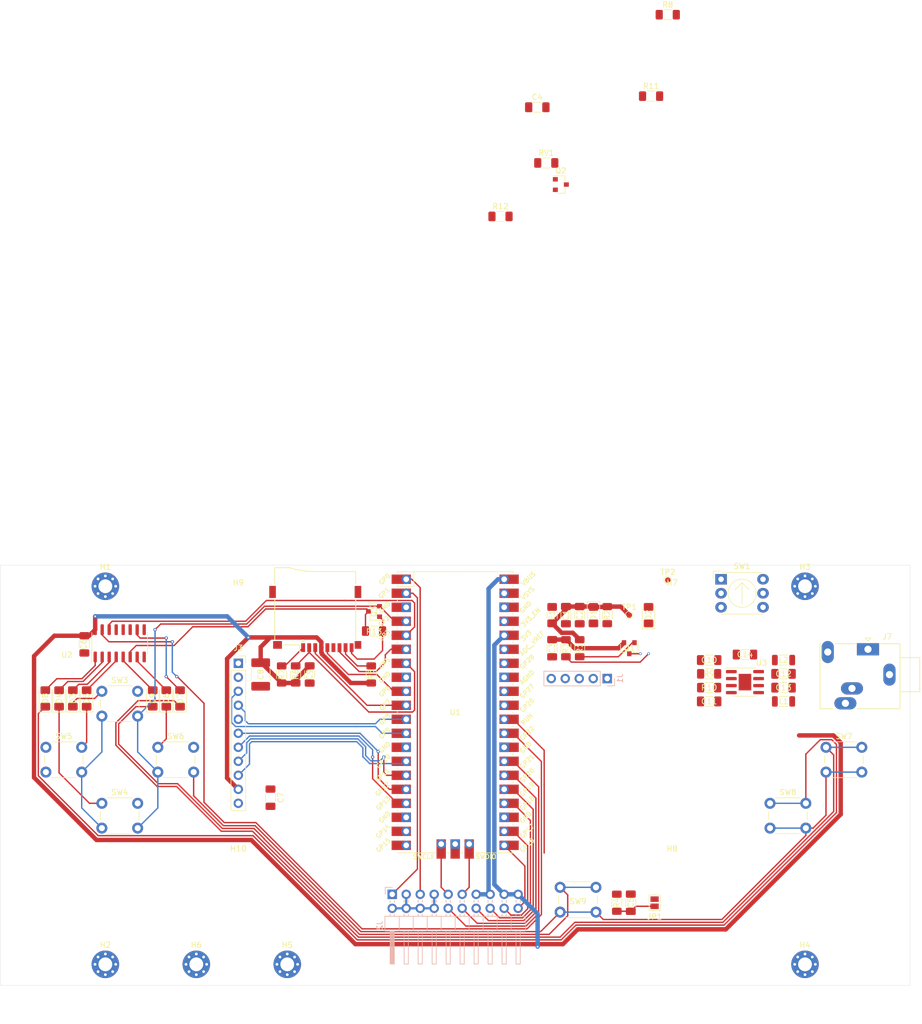
<source format=kicad_pcb>
(kicad_pcb (version 20171130) (host pcbnew 5.1.9-5.1.9)
  (layers (0 F.Cu signal) (31 B.Cu signal) (34 B.Paste user hide) (35 F.Paste user hide) (36 B.SilkS user) (37 F.SilkS user) (38 B.Mask user hide) (39 F.Mask user hide) (44 Edge.Cuts user))
  (net 0 "")
  (net 1 /BMCINV+)
  (net 2 GND)
  (net 3 VSYS)
  (net 4 "Net-(C4-Pad1)")
  (net 5 "Net-(C5-Pad1)")
  (net 6 VCOR)
  (net 7 "Net-(C10-Pad2)")
  (net 8 "Net-(C10-Pad1)")
  (net 9 "Net-(C11-Pad1)")
  (net 10 "Net-(C12-Pad1)")
  (net 11 "Net-(C13-Pad1)")
  (net 12 "Net-(D3-Pad1)")
  (net 13 "Net-(D4-Pad1)")
  (net 14 "Net-(D5-Pad1)")
  (net 15 "Net-(D6-Pad1)")
  (net 16 "Net-(D7-Pad1)")
  (net 17 "Net-(D8-Pad1)")
  (net 18 "Net-(D9-Pad1)")
  (net 19 VBUS)
  (net 20 /BMCMON)
  (net 21 "Net-(J2-Pad1)")
  (net 22 "Net-(J2-Pad5)")
  (net 23 "Net-(J2-Pad14)")
  (net 24 "Net-(J2-Pad16)")
  (net 25 /PIN_BUS_RD)
  (net 26 /PIN_BUS_WR)
  (net 27 /PIN_LCD_SCK)
  (net 28 /PIN_LCD_TX)
  (net 29 /PIN_LCD_RESET)
  (net 30 /PIN_LCD_DC)
  (net 31 /PIN_LCD_RX)
  (net 32 /PIN_LCD_CS)
  (net 33 /PIN_SDC_RX)
  (net 34 /PIN_SDC_SCK)
  (net 35 /PIN_SDC_TX)
  (net 36 /PIN_SDC_CS)
  (net 37 /KBI)
  (net 38 "Net-(J7-PadR)")
  (net 39 "Net-(J6-Pad1)")
  (net 40 "Net-(J6-Pad2)")
  (net 41 "Net-(Q1-Pad1)")
  (net 42 "Net-(Q2-Pad1)")
  (net 43 "Net-(R4-Pad2)")
  (net 44 "Net-(R9-Pad1)")
  (net 45 "Net-(R10-Pad1)")
  (net 46 /PIN_LFO)
  (net 47 /PIN_SND_L)
  (net 48 /KB_SCK)
  (net 49 /KB_RESET)
  (net 50 /PWEN)
  (net 51 "Net-(D3-Pad2)")
  (net 52 "Net-(D4-Pad2)")
  (net 53 "Net-(D5-Pad2)")
  (net 54 "Net-(D6-Pad2)")
  (net 55 "Net-(D7-Pad2)")
  (net 56 "Net-(D8-Pad2)")
  (net 57 "Net-(D9-Pad2)")
  (net 58 "Net-(D2-Pad2)")
  (net 59 /BMCOUTV+)
  (net 60 "Net-(Q1-Pad3)")
  (net 61 "Net-(Q3-Pad1)")
  (net 62 "Net-(Q3-Pad3)")
  (net 63 "Net-(R5-Pad2)")
  (net 64 "Net-(R7-Pad2)")
  (net 65 "Net-(J2-Pad9)")
  (net 66 "Net-(J2-Pad11)")
  (net 67 "Net-(U1-Pad19)")
  (net 68 "Net-(U1-Pad20)")
  (net 69 "Net-(J2-Pad18)")
  (net 70 "Net-(J2-Pad20)")
  (module Connector_PinHeader_2.54mm:PinHeader_2x10_P2.54mm_Horizontal (layer B.Cu) (at 140.97 110.49 270)
    (fp_text reference J2 (at 5.655 2.27 270) (layer B.SilkS) (effects (justify mirror)))
    (fp_text value EXPANSION)
    (pad 1 thru_hole rect (at 0 0 270) (size 1.7 1.7) (drill 1) (layers *.Cu *.Mask) (net 21 "Net-(J2-Pad1)"))
    (pad 2 thru_hole oval (at 2.54 0 270) (size 1.7 1.7) (drill 1) (layers *.Cu *.Mask) (net 2 GND))
    (pad 3 thru_hole oval (at 0 -2.54 270) (size 1.7 1.7) (drill 1) (layers *.Cu *.Mask) (net 2 GND))
    (pad 4 thru_hole oval (at 2.54 -2.54 270) (size 1.7 1.7) (drill 1) (layers *.Cu *.Mask) (net 2 GND))
    (pad 5 thru_hole oval (at 0 -5.08 270) (size 1.7 1.7) (drill 1) (layers *.Cu *.Mask) (net 22 "Net-(J2-Pad5)"))
    (pad 6 thru_hole oval (at 2.54 -5.08 270) (size 1.7 1.7) (drill 1) (layers *.Cu *.Mask) (net 2 GND))
    (pad 7 thru_hole oval (at 0 -7.62 270) (size 1.7 1.7) (drill 1) (layers *.Cu *.Mask) (net 2 GND))
    (pad 8 thru_hole oval (at 2.54 -7.62 270) (size 1.7 1.7) (drill 1) (layers *.Cu *.Mask) (net 2 GND))
    (pad 9 thru_hole oval (at 0 -10.16 270) (size 1.7 1.7) (drill 1) (layers *.Cu *.Mask) (net 65 "Net-(J2-Pad9)"))
    (pad 10 thru_hole oval (at 2.54 -10.16 270) (size 1.7 1.7) (drill 1) (layers *.Cu *.Mask) (net 26 /PIN_BUS_WR))
    (pad 11 thru_hole oval (at 0 -12.7 270) (size 1.7 1.7) (drill 1) (layers *.Cu *.Mask) (net 66 "Net-(J2-Pad11)"))
    (pad 12 thru_hole oval (at 2.54 -12.7 270) (size 1.7 1.7) (drill 1) (layers *.Cu *.Mask) (net 25 /PIN_BUS_RD))
    (pad 13 thru_hole oval (at 0 -15.24 270) (size 1.7 1.7) (drill 1) (layers *.Cu *.Mask) (net 19 VBUS))
    (pad 14 thru_hole oval (at 2.54 -15.24 270) (size 1.7 1.7) (drill 1) (layers *.Cu *.Mask) (net 23 "Net-(J2-Pad14)"))
    (pad 15 thru_hole oval (at 0 -17.78 270) (size 1.7 1.7) (drill 1) (layers *.Cu *.Mask) (net 19 VBUS))
    (pad 16 thru_hole oval (at 2.54 -17.78 270) (size 1.7 1.7) (drill 1) (layers *.Cu *.Mask) (net 24 "Net-(J2-Pad16)"))
    (pad 17 thru_hole oval (at 0 -20.32 270) (size 1.7 1.7) (drill 1) (layers *.Cu *.Mask) (net 6 VCOR))
    (pad 18 thru_hole oval (at 2.54 -20.32 270) (size 1.7 1.7) (drill 1) (layers *.Cu *.Mask) (net 69 "Net-(J2-Pad18)"))
    (pad 19 thru_hole oval (at 0 -22.86 270) (size 1.7 1.7) (drill 1) (layers *.Cu *.Mask) (net 6 VCOR))
    (pad 20 thru_hole oval (at 2.54 -22.86 270) (size 1.7 1.7) (drill 1) (layers *.Cu *.Mask) (net 70 "Net-(J2-Pad20)"))
  )
  (module Button_Switch_THT:SW_PUSH_6mm_H4.3mm (layer F.Cu) (at 98.425 83.82)
    (fp_text reference SW6 (at 3.25 -2) (layer F.SilkS))
    (fp_text value R)
    (pad 2 thru_hole circle (at 0 4.5 90) (size 2 2) (drill 1.1) (layers *.Cu *.Mask) (net 37 /KBI))
    (pad 1 thru_hole circle (at 0 0 90) (size 2 2) (drill 1.1) (layers *.Cu *.Mask) (net 15 "Net-(D6-Pad1)"))
    (pad 2 thru_hole circle (at 6.5 4.5 90) (size 2 2) (drill 1.1) (layers *.Cu *.Mask) (net 37 /KBI))
    (pad 1 thru_hole circle (at 6.5 0 90) (size 2 2) (drill 1.1) (layers *.Cu *.Mask) (net 15 "Net-(D6-Pad1)"))
  )
  (module Resistor_SMD:R_1206_3216Metric_Pad1.30x1.75mm_HandSolder (layer F.Cu) (at 172.5 65.85 270)
    (fp_text reference R3 (at 0 0 90) (layer F.SilkS))
    (fp_text value 1.2K)
    (pad 1 smd roundrect (at -1.55 0 270) (size 1.3 1.75) (layers F.Cu F.Paste F.Mask) (roundrect_rratio 0.192308) (net 3 VSYS))
    (pad 2 smd roundrect (at 1.55 0 270) (size 1.3 1.75) (layers F.Cu F.Paste F.Mask) (roundrect_rratio 0.192308) (net 58 "Net-(D2-Pad2)"))
  )
  (module LED_SMD:LED_1206_3216Metric_Pad1.42x1.75mm_HandSolder (layer F.Cu) (at 187.5 59.85 90)
    (fp_text reference D2 (at 0 0 90) (layer F.SilkS))
    (fp_text value LED)
    (pad 1 smd roundrect (at -1.4875 0 90) (size 1.425 1.75) (layers F.Cu F.Paste F.Mask) (roundrect_rratio 0.175439) (net 2 GND))
    (pad 2 smd roundrect (at 1.4875 0 90) (size 1.425 1.75) (layers F.Cu F.Paste F.Mask) (roundrect_rratio 0.175439) (net 58 "Net-(D2-Pad2)"))
  )
  (module Diode_SMD:D_1206_3216Metric_Pad1.42x1.75mm_HandSolder (layer F.Cu) (at 80.5 74.96 90)
    (fp_text reference D4 (at 0 0 90) (layer F.SilkS))
    (fp_text value D)
    (pad 1 smd roundrect (at -1.4875 0 90) (size 1.425 1.75) (layers F.Cu F.Paste F.Mask) (roundrect_rratio 0.175439) (net 13 "Net-(D4-Pad1)"))
    (pad 2 smd roundrect (at 1.4875 0 90) (size 1.425 1.75) (layers F.Cu F.Paste F.Mask) (roundrect_rratio 0.175439) (net 52 "Net-(D4-Pad2)"))
  )
  (module Capacitor_SMD:C_1206_3216Metric_Pad1.33x1.80mm_HandSolder (layer F.Cu) (at 172.5 59.85 270)
    (fp_text reference C1 (at 0 0 90) (layer F.SilkS))
    (fp_text value 10µ)
    (pad 1 smd roundrect (at -1.5625 0 270) (size 1.325 1.8) (layers F.Cu F.Paste F.Mask) (roundrect_rratio 0.188679) (net 1 /BMCINV+))
    (pad 2 smd roundrect (at 1.5625 0 270) (size 1.325 1.8) (layers F.Cu F.Paste F.Mask) (roundrect_rratio 0.188679) (net 2 GND))
  )
  (module Capacitor_SMD:C_1206_3216Metric_Pad1.33x1.80mm_HandSolder (layer F.Cu) (at 175 59.85 90)
    (fp_text reference C2 (at 0 0 90) (layer F.SilkS))
    (fp_text value 100n)
    (pad 1 smd roundrect (at -1.5625 0 90) (size 1.325 1.8) (layers F.Cu F.Paste F.Mask) (roundrect_rratio 0.188679) (net 2 GND))
    (pad 2 smd roundrect (at 1.5625 0 90) (size 1.325 1.8) (layers F.Cu F.Paste F.Mask) (roundrect_rratio 0.188679) (net 1 /BMCINV+))
  )
  (module Capacitor_SMD:C_1206_3216Metric_Pad1.33x1.80mm_HandSolder (layer F.Cu) (at 170 65.85 270)
    (fp_text reference C3 (at 0 0 90) (layer F.SilkS))
    (fp_text value 100µ)
    (pad 1 smd roundrect (at -1.5625 0 270) (size 1.325 1.8) (layers F.Cu F.Paste F.Mask) (roundrect_rratio 0.188679) (net 3 VSYS))
    (pad 2 smd roundrect (at 1.5625 0 270) (size 1.325 1.8) (layers F.Cu F.Paste F.Mask) (roundrect_rratio 0.188679) (net 2 GND))
  )
  (module Capacitor_SMD:C_1206_3216Metric_Pad1.33x1.80mm_HandSolder (layer F.Cu) (at 167.305001 -32.274999)
    (fp_text reference C4 (at 0 -1.85) (layer F.SilkS))
    (fp_text value 100n)
    (pad 1 smd roundrect (at -1.5625 0) (size 1.325 1.8) (layers F.Cu F.Paste F.Mask) (roundrect_rratio 0.188679) (net 4 "Net-(C4-Pad1)"))
    (pad 2 smd roundrect (at 1.5625 0) (size 1.325 1.8) (layers F.Cu F.Paste F.Mask) (roundrect_rratio 0.188679) (net 2 GND))
  )
  (module Capacitor_SMD:C_1206_3216Metric_Pad1.33x1.80mm_HandSolder (layer F.Cu) (at 184.277 112.014 90)
    (fp_text reference C5 (at 0 0 90) (layer F.SilkS))
    (fp_text value 100n)
    (pad 2 smd roundrect (at 1.5625 0 90) (size 1.325 1.8) (layers F.Cu F.Paste F.Mask) (roundrect_rratio 0.188679) (net 2 GND))
    (pad 1 smd roundrect (at -1.5625 0 90) (size 1.325 1.8) (layers F.Cu F.Paste F.Mask) (roundrect_rratio 0.188679) (net 5 "Net-(C5-Pad1)"))
  )
  (module Capacitor_SMD:C_1206_3216Metric_Pad1.33x1.80mm_HandSolder (layer F.Cu) (at 85.09 65.151 270)
    (fp_text reference C6 (at 0 0.127 90) (layer F.SilkS))
    (fp_text value 100n)
    (pad 1 smd roundrect (at -1.5625 0 270) (size 1.325 1.8) (layers F.Cu F.Paste F.Mask) (roundrect_rratio 0.188679) (net 6 VCOR))
    (pad 2 smd roundrect (at 1.5625 0 270) (size 1.325 1.8) (layers F.Cu F.Paste F.Mask) (roundrect_rratio 0.188679) (net 2 GND))
  )
  (module Capacitor_SMD:C_1206_3216Metric_Pad1.33x1.80mm_HandSolder (layer F.Cu) (at 118.872 92.964 270)
    (fp_text reference C7 (at 0 -1.85 90) (layer F.SilkS))
    (fp_text value 10µ)
    (pad 2 smd roundrect (at 1.5625 0 270) (size 1.325 1.8) (layers F.Cu F.Paste F.Mask) (roundrect_rratio 0.188679) (net 2 GND))
    (pad 1 smd roundrect (at -1.5625 0 270) (size 1.325 1.8) (layers F.Cu F.Paste F.Mask) (roundrect_rratio 0.188679) (net 6 VCOR))
  )
  (module Capacitor_SMD:C_1206_3216Metric_Pad1.33x1.80mm_HandSolder (layer F.Cu) (at 125.984 70.612 270)
    (fp_text reference C9 (at 0 0 90) (layer F.SilkS))
    (fp_text value 100n)
    (pad 2 smd roundrect (at 1.5625 0 270) (size 1.325 1.8) (layers F.Cu F.Paste F.Mask) (roundrect_rratio 0.188679) (net 2 GND))
    (pad 1 smd roundrect (at -1.5625 0 270) (size 1.325 1.8) (layers F.Cu F.Paste F.Mask) (roundrect_rratio 0.188679) (net 6 VCOR))
  )
  (module Capacitor_SMD:C_1206_3216Metric_Pad1.33x1.80mm_HandSolder (layer F.Cu) (at 198.5 68 180)
    (fp_text reference C10 (at 0 0) (layer F.SilkS))
    (fp_text value 1µ)
    (pad 2 smd roundrect (at 1.5625 0 180) (size 1.325 1.8) (layers F.Cu F.Paste F.Mask) (roundrect_rratio 0.188679) (net 7 "Net-(C10-Pad2)"))
    (pad 1 smd roundrect (at -1.5625 0 180) (size 1.325 1.8) (layers F.Cu F.Paste F.Mask) (roundrect_rratio 0.188679) (net 8 "Net-(C10-Pad1)"))
  )
  (module Capacitor_SMD:C_1206_3216Metric_Pad1.33x1.80mm_HandSolder (layer F.Cu) (at 198.5 75.5)
    (fp_text reference C11 (at 0 0) (layer F.SilkS))
    (fp_text value 1µ)
    (pad 2 smd roundrect (at 1.5625 0) (size 1.325 1.8) (layers F.Cu F.Paste F.Mask) (roundrect_rratio 0.188679))
    (pad 1 smd roundrect (at -1.5625 0) (size 1.325 1.8) (layers F.Cu F.Paste F.Mask) (roundrect_rratio 0.188679) (net 9 "Net-(C11-Pad1)"))
  )
  (module Capacitor_SMD:C_1206_3216Metric_Pad1.33x1.80mm_HandSolder (layer F.Cu) (at 212 70.5 180)
    (fp_text reference C12 (at 0 0) (layer F.SilkS))
    (fp_text value 100p)
    (pad 1 smd roundrect (at -1.5625 0 180) (size 1.325 1.8) (layers F.Cu F.Paste F.Mask) (roundrect_rratio 0.188679) (net 10 "Net-(C12-Pad1)"))
    (pad 2 smd roundrect (at 1.5625 0 180) (size 1.325 1.8) (layers F.Cu F.Paste F.Mask) (roundrect_rratio 0.188679) (net 2 GND))
  )
  (module Capacitor_SMD:C_1206_3216Metric_Pad1.33x1.80mm_HandSolder (layer F.Cu) (at 212 73 180)
    (fp_text reference C13 (at 0 0) (layer F.SilkS))
    (fp_text value 100p)
    (pad 2 smd roundrect (at 1.5625 0 180) (size 1.325 1.8) (layers F.Cu F.Paste F.Mask) (roundrect_rratio 0.188679) (net 2 GND))
    (pad 1 smd roundrect (at -1.5625 0 180) (size 1.325 1.8) (layers F.Cu F.Paste F.Mask) (roundrect_rratio 0.188679) (net 11 "Net-(C13-Pad1)"))
  )
  (module Capacitor_SMD:C_1206_3216Metric_Pad1.33x1.80mm_HandSolder (layer F.Cu) (at 205 67)
    (fp_text reference C14 (at 0 0) (layer F.SilkS))
    (fp_text value 1µ)
    (pad 2 smd roundrect (at 1.5625 0) (size 1.325 1.8) (layers F.Cu F.Paste F.Mask) (roundrect_rratio 0.188679) (net 6 VCOR))
    (pad 1 smd roundrect (at -1.5625 0) (size 1.325 1.8) (layers F.Cu F.Paste F.Mask) (roundrect_rratio 0.188679) (net 2 GND))
  )
  (module Diode_SMD:D_1206_3216Metric_Pad1.42x1.75mm_HandSolder (layer F.Cu) (at 177.5 59.85 270)
    (fp_text reference D1 (at 0 0 90) (layer F.SilkS))
    (fp_text value 5.6V)
    (pad 1 smd roundrect (at -1.4875 0 270) (size 1.425 1.75) (layers F.Cu F.Paste F.Mask) (roundrect_rratio 0.175439) (net 1 /BMCINV+))
    (pad 2 smd roundrect (at 1.4875 0 270) (size 1.425 1.75) (layers F.Cu F.Paste F.Mask) (roundrect_rratio 0.175439) (net 2 GND))
  )
  (module Diode_SMD:D_1206_3216Metric_Pad1.42x1.75mm_HandSolder (layer F.Cu) (at 83 74.96 90)
    (fp_text reference D3 (at 0 0 90) (layer F.SilkS))
    (fp_text value D)
    (pad 2 smd roundrect (at 1.4875 0 90) (size 1.425 1.75) (layers F.Cu F.Paste F.Mask) (roundrect_rratio 0.175439) (net 51 "Net-(D3-Pad2)"))
    (pad 1 smd roundrect (at -1.4875 0 90) (size 1.425 1.75) (layers F.Cu F.Paste F.Mask) (roundrect_rratio 0.175439) (net 12 "Net-(D3-Pad1)"))
  )
  (module Diode_SMD:D_1206_3216Metric_Pad1.42x1.75mm_HandSolder (layer F.Cu) (at 85.5 74.96 90)
    (fp_text reference D5 (at 0 0 90) (layer F.SilkS))
    (fp_text value D)
    (pad 2 smd roundrect (at 1.4875 0 90) (size 1.425 1.75) (layers F.Cu F.Paste F.Mask) (roundrect_rratio 0.175439) (net 53 "Net-(D5-Pad2)"))
    (pad 1 smd roundrect (at -1.4875 0 90) (size 1.425 1.75) (layers F.Cu F.Paste F.Mask) (roundrect_rratio 0.175439) (net 14 "Net-(D5-Pad1)"))
  )
  (module Diode_SMD:D_1206_3216Metric_Pad1.42x1.75mm_HandSolder (layer F.Cu) (at 99.96 74.96 90)
    (fp_text reference D6 (at 0 0 90) (layer F.SilkS))
    (fp_text value D)
    (pad 2 smd roundrect (at 1.4875 0 90) (size 1.425 1.75) (layers F.Cu F.Paste F.Mask) (roundrect_rratio 0.175439) (net 54 "Net-(D6-Pad2)"))
    (pad 1 smd roundrect (at -1.4875 0 90) (size 1.425 1.75) (layers F.Cu F.Paste F.Mask) (roundrect_rratio 0.175439) (net 15 "Net-(D6-Pad1)"))
  )
  (module Diode_SMD:D_1206_3216Metric_Pad1.42x1.75mm_HandSolder (layer F.Cu) (at 102.46 74.96 90)
    (fp_text reference D7 (at 0 0 90) (layer F.SilkS))
    (fp_text value D)
    (pad 2 smd roundrect (at 1.4875 0 90) (size 1.425 1.75) (layers F.Cu F.Paste F.Mask) (roundrect_rratio 0.175439) (net 55 "Net-(D7-Pad2)"))
    (pad 1 smd roundrect (at -1.4875 0 90) (size 1.425 1.75) (layers F.Cu F.Paste F.Mask) (roundrect_rratio 0.175439) (net 16 "Net-(D7-Pad1)"))
  )
  (module Diode_SMD:D_1206_3216Metric_Pad1.42x1.75mm_HandSolder (layer F.Cu) (at 78 74.96 90)
    (fp_text reference D8 (at 0 0 90) (layer F.SilkS))
    (fp_text value D)
    (pad 1 smd roundrect (at -1.4875 0 90) (size 1.425 1.75) (layers F.Cu F.Paste F.Mask) (roundrect_rratio 0.175439) (net 17 "Net-(D8-Pad1)"))
    (pad 2 smd roundrect (at 1.4875 0 90) (size 1.425 1.75) (layers F.Cu F.Paste F.Mask) (roundrect_rratio 0.175439) (net 56 "Net-(D8-Pad2)"))
  )
  (module Diode_SMD:D_1206_3216Metric_Pad1.42x1.75mm_HandSolder (layer F.Cu) (at 97.5 74.96 90)
    (fp_text reference D9 (at 0 0 90) (layer F.SilkS))
    (fp_text value D)
    (pad 1 smd roundrect (at -1.4875 0 90) (size 1.425 1.75) (layers F.Cu F.Paste F.Mask) (roundrect_rratio 0.175439) (net 18 "Net-(D9-Pad1)"))
    (pad 2 smd roundrect (at 1.4875 0 90) (size 1.425 1.75) (layers F.Cu F.Paste F.Mask) (roundrect_rratio 0.175439) (net 57 "Net-(D9-Pad2)"))
  )
  (module Fuse:Fuse_1206_3216Metric_Pad1.42x1.75mm_HandSolder (layer F.Cu) (at 170 59.85 90)
    (fp_text reference F1 (at 0 0 90) (layer F.SilkS))
    (fp_text value Polyfuse)
    (pad 1 smd roundrect (at -1.4875 0 90) (size 1.425 1.75) (layers F.Cu F.Paste F.Mask) (roundrect_rratio 0.175439) (net 1 /BMCINV+))
    (pad 2 smd roundrect (at 1.4875 0 90) (size 1.425 1.75) (layers F.Cu F.Paste F.Mask) (roundrect_rratio 0.175439) (net 19 VBUS))
  )
  (module MountingHole:MountingHole_2.5mm_Pad_Via (layer F.Cu) (at 88.9 54.61)
    (fp_text reference H1 (at 0 -3.5) (layer F.SilkS))
    (fp_text value MountingHole_Pad)
    (pad 1 thru_hole circle (at 1.325825 -1.325825) (size 0.8 0.8) (drill 0.5) (layers *.Cu *.Mask) (net 2 GND))
    (pad 1 thru_hole circle (at 0 -1.875) (size 0.8 0.8) (drill 0.5) (layers *.Cu *.Mask) (net 2 GND))
    (pad 1 thru_hole circle (at -1.325825 -1.325825) (size 0.8 0.8) (drill 0.5) (layers *.Cu *.Mask) (net 2 GND))
    (pad 1 thru_hole circle (at -1.875 0) (size 0.8 0.8) (drill 0.5) (layers *.Cu *.Mask) (net 2 GND))
    (pad 1 thru_hole circle (at -1.325825 1.325825) (size 0.8 0.8) (drill 0.5) (layers *.Cu *.Mask) (net 2 GND))
    (pad 1 thru_hole circle (at 0 1.875) (size 0.8 0.8) (drill 0.5) (layers *.Cu *.Mask) (net 2 GND))
    (pad 1 thru_hole circle (at 1.325825 1.325825) (size 0.8 0.8) (drill 0.5) (layers *.Cu *.Mask) (net 2 GND))
    (pad 1 thru_hole circle (at 1.875 0) (size 0.8 0.8) (drill 0.5) (layers *.Cu *.Mask) (net 2 GND))
    (pad 1 thru_hole circle (at 0 0) (size 5 5) (drill 2.5) (layers *.Cu *.Mask) (net 2 GND))
  )
  (module MountingHole:MountingHole_2.5mm_Pad_Via (layer F.Cu) (at 88.9 123.19)
    (fp_text reference H2 (at 0 -3.5) (layer F.SilkS))
    (fp_text value MountingHole_Pad)
    (pad 1 thru_hole circle (at 0 0) (size 5 5) (drill 2.5) (layers *.Cu *.Mask) (net 2 GND))
    (pad 1 thru_hole circle (at 1.875 0) (size 0.8 0.8) (drill 0.5) (layers *.Cu *.Mask) (net 2 GND))
    (pad 1 thru_hole circle (at 1.325825 1.325825) (size 0.8 0.8) (drill 0.5) (layers *.Cu *.Mask) (net 2 GND))
    (pad 1 thru_hole circle (at 0 1.875) (size 0.8 0.8) (drill 0.5) (layers *.Cu *.Mask) (net 2 GND))
    (pad 1 thru_hole circle (at -1.325825 1.325825) (size 0.8 0.8) (drill 0.5) (layers *.Cu *.Mask) (net 2 GND))
    (pad 1 thru_hole circle (at -1.875 0) (size 0.8 0.8) (drill 0.5) (layers *.Cu *.Mask) (net 2 GND))
    (pad 1 thru_hole circle (at -1.325825 -1.325825) (size 0.8 0.8) (drill 0.5) (layers *.Cu *.Mask) (net 2 GND))
    (pad 1 thru_hole circle (at 0 -1.875) (size 0.8 0.8) (drill 0.5) (layers *.Cu *.Mask) (net 2 GND))
    (pad 1 thru_hole circle (at 1.325825 -1.325825) (size 0.8 0.8) (drill 0.5) (layers *.Cu *.Mask) (net 2 GND))
  )
  (module MountingHole:MountingHole_2.5mm_Pad_Via (layer F.Cu) (at 215.9 54.61)
    (fp_text reference H3 (at 0 -3.5) (layer F.SilkS))
    (fp_text value MountingHole_Pad)
    (pad 1 thru_hole circle (at 1.325825 -1.325825) (size 0.8 0.8) (drill 0.5) (layers *.Cu *.Mask) (net 2 GND))
    (pad 1 thru_hole circle (at 0 -1.875) (size 0.8 0.8) (drill 0.5) (layers *.Cu *.Mask) (net 2 GND))
    (pad 1 thru_hole circle (at -1.325825 -1.325825) (size 0.8 0.8) (drill 0.5) (layers *.Cu *.Mask) (net 2 GND))
    (pad 1 thru_hole circle (at -1.875 0) (size 0.8 0.8) (drill 0.5) (layers *.Cu *.Mask) (net 2 GND))
    (pad 1 thru_hole circle (at -1.325825 1.325825) (size 0.8 0.8) (drill 0.5) (layers *.Cu *.Mask) (net 2 GND))
    (pad 1 thru_hole circle (at 0 1.875) (size 0.8 0.8) (drill 0.5) (layers *.Cu *.Mask) (net 2 GND))
    (pad 1 thru_hole circle (at 1.325825 1.325825) (size 0.8 0.8) (drill 0.5) (layers *.Cu *.Mask) (net 2 GND))
    (pad 1 thru_hole circle (at 1.875 0) (size 0.8 0.8) (drill 0.5) (layers *.Cu *.Mask) (net 2 GND))
    (pad 1 thru_hole circle (at 0 0) (size 5 5) (drill 2.5) (layers *.Cu *.Mask) (net 2 GND))
  )
  (module MountingHole:MountingHole_2.5mm_Pad_Via (layer F.Cu) (at 215.9 123.19)
    (fp_text reference H4 (at 0 -3.5) (layer F.SilkS))
    (fp_text value MountingHole_Pad)
    (pad 1 thru_hole circle (at 0 0) (size 5 5) (drill 2.5) (layers *.Cu *.Mask) (net 2 GND))
    (pad 1 thru_hole circle (at 1.875 0) (size 0.8 0.8) (drill 0.5) (layers *.Cu *.Mask) (net 2 GND))
    (pad 1 thru_hole circle (at 1.325825 1.325825) (size 0.8 0.8) (drill 0.5) (layers *.Cu *.Mask) (net 2 GND))
    (pad 1 thru_hole circle (at 0 1.875) (size 0.8 0.8) (drill 0.5) (layers *.Cu *.Mask) (net 2 GND))
    (pad 1 thru_hole circle (at -1.325825 1.325825) (size 0.8 0.8) (drill 0.5) (layers *.Cu *.Mask) (net 2 GND))
    (pad 1 thru_hole circle (at -1.875 0) (size 0.8 0.8) (drill 0.5) (layers *.Cu *.Mask) (net 2 GND))
    (pad 1 thru_hole circle (at -1.325825 -1.325825) (size 0.8 0.8) (drill 0.5) (layers *.Cu *.Mask) (net 2 GND))
    (pad 1 thru_hole circle (at 0 -1.875) (size 0.8 0.8) (drill 0.5) (layers *.Cu *.Mask) (net 2 GND))
    (pad 1 thru_hole circle (at 1.325825 -1.325825) (size 0.8 0.8) (drill 0.5) (layers *.Cu *.Mask) (net 2 GND))
  )
  (module MountingHole:MountingHole_2.5mm_Pad_Via (layer F.Cu) (at 121.92 123.19)
    (fp_text reference H5 (at 0 -3.5) (layer F.SilkS))
    (fp_text value MountingHole_Pad)
    (pad 1 thru_hole circle (at 0 0) (size 5 5) (drill 2.5) (layers *.Cu *.Mask) (net 2 GND))
    (pad 1 thru_hole circle (at 1.875 0) (size 0.8 0.8) (drill 0.5) (layers *.Cu *.Mask) (net 2 GND))
    (pad 1 thru_hole circle (at 1.325825 1.325825) (size 0.8 0.8) (drill 0.5) (layers *.Cu *.Mask) (net 2 GND))
    (pad 1 thru_hole circle (at 0 1.875) (size 0.8 0.8) (drill 0.5) (layers *.Cu *.Mask) (net 2 GND))
    (pad 1 thru_hole circle (at -1.325825 1.325825) (size 0.8 0.8) (drill 0.5) (layers *.Cu *.Mask) (net 2 GND))
    (pad 1 thru_hole circle (at -1.875 0) (size 0.8 0.8) (drill 0.5) (layers *.Cu *.Mask) (net 2 GND))
    (pad 1 thru_hole circle (at -1.325825 -1.325825) (size 0.8 0.8) (drill 0.5) (layers *.Cu *.Mask) (net 2 GND))
    (pad 1 thru_hole circle (at 0 -1.875) (size 0.8 0.8) (drill 0.5) (layers *.Cu *.Mask) (net 2 GND))
    (pad 1 thru_hole circle (at 1.325825 -1.325825) (size 0.8 0.8) (drill 0.5) (layers *.Cu *.Mask) (net 2 GND))
  )
  (module MountingHole:MountingHole_2.5mm_Pad_Via (layer F.Cu) (at 105.41 123.19)
    (fp_text reference H6 (at 0 -3.5) (layer F.SilkS))
    (fp_text value MountingHole_Pad)
    (pad 1 thru_hole circle (at 1.325825 -1.325825) (size 0.8 0.8) (drill 0.5) (layers *.Cu *.Mask) (net 2 GND))
    (pad 1 thru_hole circle (at 0 -1.875) (size 0.8 0.8) (drill 0.5) (layers *.Cu *.Mask) (net 2 GND))
    (pad 1 thru_hole circle (at -1.325825 -1.325825) (size 0.8 0.8) (drill 0.5) (layers *.Cu *.Mask) (net 2 GND))
    (pad 1 thru_hole circle (at -1.875 0) (size 0.8 0.8) (drill 0.5) (layers *.Cu *.Mask) (net 2 GND))
    (pad 1 thru_hole circle (at -1.325825 1.325825) (size 0.8 0.8) (drill 0.5) (layers *.Cu *.Mask) (net 2 GND))
    (pad 1 thru_hole circle (at 0 1.875) (size 0.8 0.8) (drill 0.5) (layers *.Cu *.Mask) (net 2 GND))
    (pad 1 thru_hole circle (at 1.325825 1.325825) (size 0.8 0.8) (drill 0.5) (layers *.Cu *.Mask) (net 2 GND))
    (pad 1 thru_hole circle (at 1.875 0) (size 0.8 0.8) (drill 0.5) (layers *.Cu *.Mask) (net 2 GND))
    (pad 1 thru_hole circle (at 0 0) (size 5 5) (drill 2.5) (layers *.Cu *.Mask) (net 2 GND))
  )
  (module MountingHole:MountingHole_2.1mm (layer F.Cu) (at 191.77 57.15)
    (fp_text reference H7 (at 0 -3.2) (layer F.SilkS))
    (fp_text value MountingHole)
    (pad "" np_thru_hole circle (at 0 0) (size 2.1 2.1) (drill 2.1) (layers *.Cu *.Mask))
  )
  (module MountingHole:MountingHole_2.1mm (layer F.Cu) (at 191.77 105.41)
    (fp_text reference H8 (at 0 -3.2) (layer F.SilkS))
    (fp_text value MountingHole)
    (pad "" np_thru_hole circle (at 0 0) (size 2.1 2.1) (drill 2.1) (layers *.Cu *.Mask))
  )
  (module MountingHole:MountingHole_2.1mm (layer F.Cu) (at 113.03 57.15)
    (fp_text reference H9 (at 0 -3.2) (layer F.SilkS))
    (fp_text value MountingHole)
    (pad "" np_thru_hole circle (at 0 0) (size 2.1 2.1) (drill 2.1) (layers *.Cu *.Mask))
  )
  (module MountingHole:MountingHole_2.1mm (layer F.Cu) (at 113.03 105.41)
    (fp_text reference H10 (at 0 -3.2) (layer F.SilkS))
    (fp_text value MountingHole)
    (pad "" np_thru_hole circle (at 0 0) (size 2.1 2.1) (drill 2.1) (layers *.Cu *.Mask))
  )
  (module Connector_PinHeader_2.54mm:PinHeader_1x05_P2.54mm_Vertical (layer B.Cu) (at 180 71.35 90)
    (fp_text reference J1 (at 0 2.33 90) (layer B.SilkS) (effects (justify mirror)))
    (fp_text value BMC)
    (pad 1 thru_hole rect (at 0 0 90) (size 1.7 1.7) (drill 1) (layers *.Cu *.Mask) (net 1 /BMCINV+))
    (pad 2 thru_hole oval (at 0 -2.54 90) (size 1.7 1.7) (drill 1) (layers *.Cu *.Mask) (net 2 GND))
    (pad 3 thru_hole oval (at 0 -5.08 90) (size 1.7 1.7) (drill 1) (layers *.Cu *.Mask) (net 20 /BMCMON))
    (pad 4 thru_hole oval (at 0 -7.62 90) (size 1.7 1.7) (drill 1) (layers *.Cu *.Mask) (net 2 GND))
    (pad 5 thru_hole oval (at 0 -10.16 90) (size 1.7 1.7) (drill 1) (layers *.Cu *.Mask) (net 59 /BMCOUTV+))
  )
  (module Connector_Audio:Jack_3.5mm_Ledino_KB3SPRS_Horizontal (layer F.Cu) (at 227.33 66.04 180)
    (fp_text reference J7 (at -3.5 2.3) (layer F.SilkS))
    (fp_text value AudioJack3_SwitchTR)
    (pad T thru_hole rect (at 0 0 180) (size 4 2.2) (drill 1.3) (layers *.Cu *.Mask) (net 38 "Net-(J7-PadR)"))
    (pad TN thru_hole oval (at 7.3 -0.5 270) (size 4 2.2) (drill 1.3) (layers *.Cu *.Mask) (net 39 "Net-(J6-Pad1)"))
    (pad RN thru_hole oval (at 2.9 -7.1 180) (size 4 2.2) (drill 1.3) (layers *.Cu *.Mask) (net 39 "Net-(J6-Pad1)"))
    (pad R thru_hole oval (at 4.1 -9.8 180) (size 4 2.2) (drill 1.3) (layers *.Cu *.Mask) (net 38 "Net-(J7-PadR)"))
    (pad S thru_hole oval (at -3.9 -4.6 180) (size 2.2 4) (drill 1.3) (layers *.Cu *.Mask) (net 40 "Net-(J6-Pad2)"))
  )
  (module Inductor_SMD:L_1206_3216Metric (layer F.Cu) (at 212 75.5)
    (fp_text reference L1 (at 0 0) (layer F.SilkS))
    (fp_text value L)
    (pad 1 smd roundrect (at -1.575 0) (size 1.05 1.9) (layers F.Cu F.Paste F.Mask) (roundrect_rratio 0.238095) (net 11 "Net-(C13-Pad1)"))
    (pad 2 smd roundrect (at 1.575 0) (size 1.05 1.9) (layers F.Cu F.Paste F.Mask) (roundrect_rratio 0.238095) (net 38 "Net-(J7-PadR)"))
  )
  (module Inductor_SMD:L_1206_3216Metric (layer F.Cu) (at 212 68)
    (fp_text reference L2 (at 0 0) (layer F.SilkS))
    (fp_text value L)
    (pad 2 smd roundrect (at 1.575 0) (size 1.05 1.9) (layers F.Cu F.Paste F.Mask) (roundrect_rratio 0.238095) (net 40 "Net-(J6-Pad2)"))
    (pad 1 smd roundrect (at -1.575 0) (size 1.05 1.9) (layers F.Cu F.Paste F.Mask) (roundrect_rratio 0.238095) (net 10 "Net-(C12-Pad1)"))
  )
  (module Package_TO_SOT_SMD:SOT-23 (layer F.Cu) (at 184 65.85 270)
    (fp_text reference Q1 (at 0 0 180) (layer F.SilkS))
    (fp_text value IRLML6402)
    (pad 1 smd rect (at -1 -0.95 270) (size 0.9 0.8) (layers F.Cu F.Paste F.Mask) (net 41 "Net-(Q1-Pad1)"))
    (pad 2 smd rect (at -1 0.95 270) (size 0.9 0.8) (layers F.Cu F.Paste F.Mask) (net 3 VSYS))
    (pad 3 smd rect (at 1 0 270) (size 0.9 0.8) (layers F.Cu F.Paste F.Mask) (net 60 "Net-(Q1-Pad3)"))
  )
  (module Package_TO_SOT_SMD:SOT-23 (layer F.Cu) (at 171.575001 -18.254999)
    (fp_text reference Q2 (at 0 -2.5) (layer F.SilkS))
    (fp_text value BC848)
    (pad 3 smd rect (at 1 0) (size 0.9 0.8) (layers F.Cu F.Paste F.Mask))
    (pad 2 smd rect (at -1 0.95) (size 0.9 0.8) (layers F.Cu F.Paste F.Mask) (net 2 GND))
    (pad 1 smd rect (at -1 -0.95) (size 0.9 0.8) (layers F.Cu F.Paste F.Mask) (net 42 "Net-(Q2-Pad1)"))
  )
  (module Resistor_SMD:R_1206_3216Metric_Pad1.30x1.75mm_HandSolder (layer F.Cu) (at 175 65.85 270)
    (fp_text reference R1 (at 0 0 90) (layer F.SilkS))
    (fp_text value R)
    (pad 2 smd roundrect (at 1.55 0 270) (size 1.3 1.75) (layers F.Cu F.Paste F.Mask) (roundrect_rratio 0.192308) (net 41 "Net-(Q1-Pad1)"))
    (pad 1 smd roundrect (at -1.55 0 270) (size 1.3 1.75) (layers F.Cu F.Paste F.Mask) (roundrect_rratio 0.192308) (net 1 /BMCINV+))
  )
  (module Resistor_SMD:R_1206_3216Metric_Pad1.30x1.75mm_HandSolder (layer F.Cu) (at 180 59.85 270)
    (fp_text reference R2 (at 0 0 90) (layer F.SilkS))
    (fp_text value R)
    (pad 2 smd roundrect (at 1.55 0 270) (size 1.3 1.75) (layers F.Cu F.Paste F.Mask) (roundrect_rratio 0.192308) (net 2 GND))
    (pad 1 smd roundrect (at -1.55 0 270) (size 1.3 1.75) (layers F.Cu F.Paste F.Mask) (roundrect_rratio 0.192308) (net 1 /BMCINV+))
  )
  (module Resistor_SMD:R_1206_3216Metric_Pad1.30x1.75mm_HandSolder (layer F.Cu) (at 181.737 112.014 90)
    (fp_text reference R4 (at 0 0 90) (layer F.SilkS))
    (fp_text value 1K)
    (pad 1 smd roundrect (at -1.55 0 90) (size 1.3 1.75) (layers F.Cu F.Paste F.Mask) (roundrect_rratio 0.192308) (net 5 "Net-(C5-Pad1)"))
    (pad 2 smd roundrect (at 1.55 0 90) (size 1.3 1.75) (layers F.Cu F.Paste F.Mask) (roundrect_rratio 0.192308) (net 43 "Net-(R4-Pad2)"))
  )
  (module Resistor_SMD:R_1206_3216Metric_Pad1.30x1.75mm_HandSolder (layer F.Cu) (at 137.16 70.612 90)
    (fp_text reference R5 (at 0 0 90) (layer F.SilkS))
    (fp_text value 100K)
    (pad 2 smd roundrect (at 1.55 0 90) (size 1.3 1.75) (layers F.Cu F.Paste F.Mask) (roundrect_rratio 0.192308) (net 63 "Net-(R5-Pad2)"))
    (pad 1 smd roundrect (at -1.55 0 90) (size 1.3 1.75) (layers F.Cu F.Paste F.Mask) (roundrect_rratio 0.192308) (net 6 VCOR))
  )
  (module Resistor_SMD:R_1206_3216Metric_Pad1.30x1.75mm_HandSolder (layer F.Cu) (at 123.444 70.612 90)
    (fp_text reference R6 (at 0 0 90) (layer F.SilkS))
    (fp_text value 100K)
    (pad 1 smd roundrect (at -1.55 0 90) (size 1.3 1.75) (layers F.Cu F.Paste F.Mask) (roundrect_rratio 0.192308) (net 6 VCOR))
    (pad 2 smd roundrect (at 1.55 0 90) (size 1.3 1.75) (layers F.Cu F.Paste F.Mask) (roundrect_rratio 0.192308) (net 36 /PIN_SDC_CS))
  )
  (module Resistor_SMD:R_1206_3216Metric_Pad1.30x1.75mm_HandSolder (layer F.Cu) (at 120.904 70.612 90)
    (fp_text reference R7 (at 0 0 90) (layer F.SilkS))
    (fp_text value 100K)
    (pad 1 smd roundrect (at -1.55 0 90) (size 1.3 1.75) (layers F.Cu F.Paste F.Mask) (roundrect_rratio 0.192308) (net 6 VCOR))
    (pad 2 smd roundrect (at 1.55 0 90) (size 1.3 1.75) (layers F.Cu F.Paste F.Mask) (roundrect_rratio 0.192308) (net 64 "Net-(R7-Pad2)"))
  )
  (module Resistor_SMD:R_1206_3216Metric_Pad1.30x1.75mm_HandSolder (layer F.Cu) (at 190.985001 -49.064999)
    (fp_text reference R8 (at 0 -1.82) (layer F.SilkS))
    (fp_text value 47K)
    (pad 1 smd roundrect (at -1.55 0) (size 1.3 1.75) (layers F.Cu F.Paste F.Mask) (roundrect_rratio 0.192308) (net 37 /KBI))
    (pad 2 smd roundrect (at 1.55 0) (size 1.3 1.75) (layers F.Cu F.Paste F.Mask) (roundrect_rratio 0.192308) (net 2 GND))
  )
  (module Resistor_SMD:R_1206_3216Metric_Pad1.30x1.75mm_HandSolder (layer F.Cu) (at 198.5 70.5 180)
    (fp_text reference R9 (at 0 0) (layer F.SilkS))
    (fp_text value 100)
    (pad 2 smd roundrect (at 1.55 0 180) (size 1.3 1.75) (layers F.Cu F.Paste F.Mask) (roundrect_rratio 0.192308) (net 7 "Net-(C10-Pad2)"))
    (pad 1 smd roundrect (at -1.55 0 180) (size 1.3 1.75) (layers F.Cu F.Paste F.Mask) (roundrect_rratio 0.192308) (net 44 "Net-(R9-Pad1)"))
  )
  (module Resistor_SMD:R_1206_3216Metric_Pad1.30x1.75mm_HandSolder (layer F.Cu) (at 198.5 73 180)
    (fp_text reference R10 (at 0 0) (layer F.SilkS))
    (fp_text value 100)
    (pad 2 smd roundrect (at 1.55 0 180) (size 1.3 1.75) (layers F.Cu F.Paste F.Mask) (roundrect_rratio 0.192308) (net 9 "Net-(C11-Pad1)"))
    (pad 1 smd roundrect (at -1.55 0 180) (size 1.3 1.75) (layers F.Cu F.Paste F.Mask) (roundrect_rratio 0.192308) (net 45 "Net-(R10-Pad1)"))
  )
  (module Resistor_SMD:R_1206_3216Metric_Pad1.30x1.75mm_HandSolder (layer F.Cu) (at 187.96 -34.29)
    (fp_text reference R11 (at 0 -1.82) (layer F.SilkS))
    (fp_text value 1K)
    (pad 1 smd roundrect (at -1.55 0) (size 1.3 1.75) (layers F.Cu F.Paste F.Mask) (roundrect_rratio 0.192308) (net 42 "Net-(Q2-Pad1)"))
    (pad 2 smd roundrect (at 1.55 0) (size 1.3 1.75) (layers F.Cu F.Paste F.Mask) (roundrect_rratio 0.192308) (net 46 /PIN_LFO))
  )
  (module Resistor_SMD:R_1206_3216Metric_Pad1.30x1.75mm_HandSolder (layer F.Cu) (at 160.625001 -12.474999)
    (fp_text reference R12 (at 0 -1.82) (layer F.SilkS))
    (fp_text value 47)
    (pad 2 smd roundrect (at 1.55 0) (size 1.3 1.75) (layers F.Cu F.Paste F.Mask) (roundrect_rratio 0.192308))
    (pad 1 smd roundrect (at -1.55 0) (size 1.3 1.75) (layers F.Cu F.Paste F.Mask) (roundrect_rratio 0.192308) (net 6 VCOR))
  )
  (module Resistor_SMD:R_1206_3216Metric_Pad1.30x1.75mm_HandSolder (layer F.Cu) (at 168.935001 -22.174999)
    (fp_text reference RV1 (at 0 -1.82) (layer F.SilkS))
    (fp_text value 10K)
    (pad 2 smd roundrect (at 1.55 0) (size 1.3 1.75) (layers F.Cu F.Paste F.Mask) (roundrect_rratio 0.192308) (net 8 "Net-(C10-Pad1)"))
    (pad 1 smd roundrect (at -1.55 0) (size 1.3 1.75) (layers F.Cu F.Paste F.Mask) (roundrect_rratio 0.192308) (net 47 /PIN_SND_L))
  )
  (module Button_Switch_THT:SW_PUSH_6mm_H4.3mm (layer F.Cu) (at 88.265 73.66)
    (fp_text reference SW3 (at 3.25 -2) (layer F.SilkS))
    (fp_text value U)
    (pad 1 thru_hole circle (at 6.5 0 90) (size 2 2) (drill 1.1) (layers *.Cu *.Mask) (net 12 "Net-(D3-Pad1)"))
    (pad 2 thru_hole circle (at 6.5 4.5 90) (size 2 2) (drill 1.1) (layers *.Cu *.Mask) (net 37 /KBI))
    (pad 1 thru_hole circle (at 0 0 90) (size 2 2) (drill 1.1) (layers *.Cu *.Mask) (net 12 "Net-(D3-Pad1)"))
    (pad 2 thru_hole circle (at 0 4.5 90) (size 2 2) (drill 1.1) (layers *.Cu *.Mask) (net 37 /KBI))
  )
  (module Button_Switch_THT:SW_PUSH_6mm_H4.3mm (layer F.Cu) (at 88.265 93.98)
    (fp_text reference SW4 (at 3.25 -2) (layer F.SilkS))
    (fp_text value D)
    (pad 2 thru_hole circle (at 0 4.5 90) (size 2 2) (drill 1.1) (layers *.Cu *.Mask) (net 37 /KBI))
    (pad 1 thru_hole circle (at 0 0 90) (size 2 2) (drill 1.1) (layers *.Cu *.Mask) (net 13 "Net-(D4-Pad1)"))
    (pad 2 thru_hole circle (at 6.5 4.5 90) (size 2 2) (drill 1.1) (layers *.Cu *.Mask) (net 37 /KBI))
    (pad 1 thru_hole circle (at 6.5 0 90) (size 2 2) (drill 1.1) (layers *.Cu *.Mask) (net 13 "Net-(D4-Pad1)"))
  )
  (module Button_Switch_THT:SW_PUSH_6mm_H4.3mm (layer F.Cu) (at 78.105 83.82)
    (fp_text reference SW5 (at 3.25 -2) (layer F.SilkS))
    (fp_text value L)
    (pad 1 thru_hole circle (at 6.5 0 90) (size 2 2) (drill 1.1) (layers *.Cu *.Mask) (net 14 "Net-(D5-Pad1)"))
    (pad 2 thru_hole circle (at 6.5 4.5 90) (size 2 2) (drill 1.1) (layers *.Cu *.Mask) (net 37 /KBI))
    (pad 1 thru_hole circle (at 0 0 90) (size 2 2) (drill 1.1) (layers *.Cu *.Mask) (net 14 "Net-(D5-Pad1)"))
    (pad 2 thru_hole circle (at 0 4.5 90) (size 2 2) (drill 1.1) (layers *.Cu *.Mask) (net 37 /KBI))
  )
  (module Button_Switch_THT:SW_PUSH_6mm_H4.3mm (layer F.Cu) (at 219.71 83.82)
    (fp_text reference SW7 (at 3.25 -2) (layer F.SilkS))
    (fp_text value B)
    (pad 1 thru_hole circle (at 6.5 0 90) (size 2 2) (drill 1.1) (layers *.Cu *.Mask) (net 16 "Net-(D7-Pad1)"))
    (pad 2 thru_hole circle (at 6.5 4.5 90) (size 2 2) (drill 1.1) (layers *.Cu *.Mask) (net 37 /KBI))
    (pad 1 thru_hole circle (at 0 0 90) (size 2 2) (drill 1.1) (layers *.Cu *.Mask) (net 16 "Net-(D7-Pad1)"))
    (pad 2 thru_hole circle (at 0 4.5 90) (size 2 2) (drill 1.1) (layers *.Cu *.Mask) (net 37 /KBI))
  )
  (module Button_Switch_THT:SW_PUSH_6mm_H4.3mm (layer F.Cu) (at 209.55 93.98)
    (fp_text reference SW8 (at 3.25 -2) (layer F.SilkS))
    (fp_text value A)
    (pad 2 thru_hole circle (at 0 4.5 90) (size 2 2) (drill 1.1) (layers *.Cu *.Mask) (net 37 /KBI))
    (pad 1 thru_hole circle (at 0 0 90) (size 2 2) (drill 1.1) (layers *.Cu *.Mask) (net 17 "Net-(D8-Pad1)"))
    (pad 2 thru_hole circle (at 6.5 4.5 90) (size 2 2) (drill 1.1) (layers *.Cu *.Mask) (net 37 /KBI))
    (pad 1 thru_hole circle (at 6.5 0 90) (size 2 2) (drill 1.1) (layers *.Cu *.Mask) (net 17 "Net-(D8-Pad1)"))
  )
  (module Button_Switch_THT:SW_PUSH_6mm_H4.3mm (layer F.Cu) (at 171.45 109.22)
    (fp_text reference SW9 (at 3.25 2.54) (layer F.SilkS))
    (fp_text value SELECT)
    (pad 2 thru_hole circle (at 0 4.5 90) (size 2 2) (drill 1.1) (layers *.Cu *.Mask) (net 37 /KBI))
    (pad 1 thru_hole circle (at 0 0 90) (size 2 2) (drill 1.1) (layers *.Cu *.Mask) (net 18 "Net-(D9-Pad1)"))
    (pad 2 thru_hole circle (at 6.5 4.5 90) (size 2 2) (drill 1.1) (layers *.Cu *.Mask) (net 37 /KBI))
    (pad 1 thru_hole circle (at 6.5 0 90) (size 2 2) (drill 1.1) (layers *.Cu *.Mask) (net 18 "Net-(D9-Pad1)"))
  )
  (module TestPoint:TestPoint_Pad_D1.0mm (layer F.Cu) (at 184 59.85)
    (fp_text reference TP1 (at 0 -1.448) (layer F.SilkS))
    (fp_text value "USB Power")
    (pad 1 smd circle (at 0 0) (size 1 1) (layers F.Cu F.Mask) (net 1 /BMCINV+))
  )
  (module TestPoint:TestPoint_Pad_D1.0mm (layer F.Cu) (at 191 53.5)
    (fp_text reference TP2 (at 0 -1.448) (layer F.SilkS))
    (fp_text value "Battery Voltage")
    (pad 1 smd circle (at 0 0) (size 1 1) (layers F.Cu F.Mask) (net 20 /BMCMON))
  )
  (module RPi_Pico:RPi_Pico_SMD_TH (layer F.Cu) (at 152.4 77.47)
    (fp_text reference U1 (at 0 0) (layer F.SilkS))
    (fp_text value Pico)
    (fp_text user GP1 (at -12.9 -21.6 45) (layer F.SilkS) (effects (font (size 0.8 0.8))))
    (fp_text user GP2 (at -12.9 -16.51 45) (layer F.SilkS) (effects (font (size 0.8 0.8))))
    (fp_text user GP0 (at -12.8 -24.13 45) (layer F.SilkS) (effects (font (size 0.8 0.8))))
    (fp_text user GP3 (at -12.8 -13.97 45) (layer F.SilkS) (effects (font (size 0.8 0.8))))
    (fp_text user GP5 (at -12.8 -8.89 45) (layer F.SilkS) (effects (font (size 0.8 0.8))))
    (fp_text user GP6 (at -12.8 -3.81 45) (layer F.SilkS) (effects (font (size 0.8 0.8))))
    (fp_text user GP7 (at -12.7 -1.3 45) (layer F.SilkS) (effects (font (size 0.8 0.8))))
    (fp_text user GP8 (at -12.8 1.27 45) (layer F.SilkS) (effects (font (size 0.8 0.8))))
    (fp_text user GP9 (at -12.8 3.81 45) (layer F.SilkS) (effects (font (size 0.8 0.8))))
    (fp_text user GP10 (at -13.054 8.89 45) (layer F.SilkS) (effects (font (size 0.8 0.8))))
    (fp_text user GP11 (at -13.2 11.43 45) (layer F.SilkS) (effects (font (size 0.8 0.8))))
    (fp_text user GP12 (at -13.2 13.97 45) (layer F.SilkS) (effects (font (size 0.8 0.8))))
    (fp_text user GP13 (at -13.054 16.51 45) (layer F.SilkS) (effects (font (size 0.8 0.8))))
    (fp_text user GP14 (at -13.1 21.59 45) (layer F.SilkS) (effects (font (size 0.8 0.8))))
    (fp_text user GP15 (at -13.054 24.13 45) (layer F.SilkS) (effects (font (size 0.8 0.8))))
    (fp_text user GP16 (at 13.054 24.13 45) (layer F.SilkS) (effects (font (size 0.8 0.8))))
    (fp_text user GP17 (at 13.054 21.59 45) (layer F.SilkS) (effects (font (size 0.8 0.8))))
    (fp_text user GP18 (at 13.054 16.51 45) (layer F.SilkS) (effects (font (size 0.8 0.8))))
    (fp_text user GP19 (at 13.054 13.97 45) (layer F.SilkS) (effects (font (size 0.8 0.8))))
    (fp_text user GP20 (at 13.054 11.43 45) (layer F.SilkS) (effects (font (size 0.8 0.8))))
    (fp_text user GP21 (at 13.054 8.9 45) (layer F.SilkS) (effects (font (size 0.8 0.8))))
    (fp_text user GP22 (at 13.054 3.81 45) (layer F.SilkS) (effects (font (size 0.8 0.8))))
    (fp_text user RUN (at 13 1.27 45) (layer F.SilkS) (effects (font (size 0.8 0.8))))
    (fp_text user GP26 (at 13.054 -1.27 45) (layer F.SilkS) (effects (font (size 0.8 0.8))))
    (fp_text user GP27 (at 13.054 -3.8 45) (layer F.SilkS) (effects (font (size 0.8 0.8))))
    (fp_text user GP28 (at 13.054 -9.144 45) (layer F.SilkS) (effects (font (size 0.8 0.8))))
    (fp_text user ADC_VREF (at 14 -12.5 45) (layer F.SilkS) (effects (font (size 0.8 0.8))))
    (fp_text user 3V3 (at 12.9 -13.9 45) (layer F.SilkS) (effects (font (size 0.8 0.8))))
    (fp_text user 3V3_EN (at 13.7 -17.2 45) (layer F.SilkS) (effects (font (size 0.8 0.8))))
    (fp_text user VSYS (at 13.2 -21.59 45) (layer F.SilkS) (effects (font (size 0.8 0.8))))
    (fp_text user VBUS (at 13.3 -24.2 45) (layer F.SilkS) (effects (font (size 0.8 0.8))))
    (fp_text user GND (at -12.8 -19.05 45) (layer F.SilkS) (effects (font (size 0.8 0.8))))
    (fp_text user GND (at -12.8 -6.35 45) (layer F.SilkS) (effects (font (size 0.8 0.8))))
    (fp_text user GND (at -12.8 6.35 45) (layer F.SilkS) (effects (font (size 0.8 0.8))))
    (fp_text user GND (at -12.8 19.05 45) (layer F.SilkS) (effects (font (size 0.8 0.8))))
    (fp_text user GND (at 12.8 19.05 45) (layer F.SilkS) (effects (font (size 0.8 0.8))))
    (fp_text user GND (at 12.8 6.35 45) (layer F.SilkS) (effects (font (size 0.8 0.8))))
    (fp_text user GND (at 12.8 -19.05 45) (layer F.SilkS) (effects (font (size 0.8 0.8))))
    (fp_text user AGND (at 13.054 -6.35 45) (layer F.SilkS) (effects (font (size 0.8 0.8))))
    (fp_text user SWCLK (at -5.7 26.2) (layer F.SilkS) (effects (font (size 0.8 0.8))))
    (fp_text user SWDIO (at 5.6 26.2) (layer F.SilkS) (effects (font (size 0.8 0.8))))
    (pad 1 thru_hole oval (at -8.89 -24.13) (size 1.7 1.7) (drill 1.02) (layers *.Cu *.Mask) (net 22 "Net-(J2-Pad5)"))
    (pad 2 thru_hole oval (at -8.89 -21.59) (size 1.7 1.7) (drill 1.02) (layers *.Cu *.Mask) (net 21 "Net-(J2-Pad1)"))
    (pad 3 thru_hole rect (at -8.89 -19.05) (size 1.7 1.7) (drill 1.02) (layers *.Cu *.Mask) (net 2 GND))
    (pad 4 thru_hole oval (at -8.89 -16.51) (size 1.7 1.7) (drill 1.02) (layers *.Cu *.Mask) (net 37 /KBI))
    (pad 5 thru_hole oval (at -8.89 -13.97) (size 1.7 1.7) (drill 1.02) (layers *.Cu *.Mask) (net 48 /KB_SCK))
    (pad 6 thru_hole oval (at -8.89 -11.43) (size 1.7 1.7) (drill 1.02) (layers *.Cu *.Mask) (net 33 /PIN_SDC_RX))
    (pad 7 thru_hole oval (at -8.89 -8.89) (size 1.7 1.7) (drill 1.02) (layers *.Cu *.Mask) (net 36 /PIN_SDC_CS))
    (pad 8 thru_hole rect (at -8.89 -6.35) (size 1.7 1.7) (drill 1.02) (layers *.Cu *.Mask) (net 2 GND))
    (pad 9 thru_hole oval (at -8.89 -3.81) (size 1.7 1.7) (drill 1.02) (layers *.Cu *.Mask) (net 34 /PIN_SDC_SCK))
    (pad 10 thru_hole oval (at -8.89 -1.27) (size 1.7 1.7) (drill 1.02) (layers *.Cu *.Mask) (net 35 /PIN_SDC_TX))
    (pad 11 thru_hole oval (at -8.89 1.27) (size 1.7 1.7) (drill 1.02) (layers *.Cu *.Mask) (net 31 /PIN_LCD_RX))
    (pad 12 thru_hole oval (at -8.89 3.81) (size 1.7 1.7) (drill 1.02) (layers *.Cu *.Mask) (net 32 /PIN_LCD_CS))
    (pad 13 thru_hole rect (at -8.89 6.35) (size 1.7 1.7) (drill 1.02) (layers *.Cu *.Mask) (net 2 GND))
    (pad 14 thru_hole oval (at -8.89 8.89) (size 1.7 1.7) (drill 1.02) (layers *.Cu *.Mask) (net 27 /PIN_LCD_SCK))
    (pad 15 thru_hole oval (at -8.89 11.43) (size 1.7 1.7) (drill 1.02) (layers *.Cu *.Mask) (net 28 /PIN_LCD_TX))
    (pad 16 thru_hole oval (at -8.89 13.97) (size 1.7 1.7) (drill 1.02) (layers *.Cu *.Mask) (net 30 /PIN_LCD_DC))
    (pad 17 thru_hole oval (at -8.89 16.51) (size 1.7 1.7) (drill 1.02) (layers *.Cu *.Mask) (net 29 /PIN_LCD_RESET))
    (pad 18 thru_hole rect (at -8.89 19.05) (size 1.7 1.7) (drill 1.02) (layers *.Cu *.Mask) (net 2 GND))
    (pad 19 thru_hole oval (at -8.89 21.59) (size 1.7 1.7) (drill 1.02) (layers *.Cu *.Mask) (net 67 "Net-(U1-Pad19)"))
    (pad 20 thru_hole oval (at -8.89 24.13) (size 1.7 1.7) (drill 1.02) (layers *.Cu *.Mask) (net 68 "Net-(U1-Pad20)"))
    (pad 21 thru_hole oval (at 8.89 24.13) (size 1.7 1.7) (drill 1.02) (layers *.Cu *.Mask) (net 70 "Net-(J2-Pad20)"))
    (pad 22 thru_hole oval (at 8.89 21.59) (size 1.7 1.7) (drill 1.02) (layers *.Cu *.Mask) (net 69 "Net-(J2-Pad18)"))
    (pad 23 thru_hole rect (at 8.89 19.05) (size 1.7 1.7) (drill 1.02) (layers *.Cu *.Mask) (net 2 GND))
    (pad 24 thru_hole oval (at 8.89 16.51) (size 1.7 1.7) (drill 1.02) (layers *.Cu *.Mask) (net 24 "Net-(J2-Pad16)"))
    (pad 25 thru_hole oval (at 8.89 13.97) (size 1.7 1.7) (drill 1.02) (layers *.Cu *.Mask) (net 23 "Net-(J2-Pad14)"))
    (pad 26 thru_hole oval (at 8.89 11.43) (size 1.7 1.7) (drill 1.02) (layers *.Cu *.Mask) (net 25 /PIN_BUS_RD))
    (pad 27 thru_hole oval (at 8.89 8.89) (size 1.7 1.7) (drill 1.02) (layers *.Cu *.Mask) (net 26 /PIN_BUS_WR))
    (pad 28 thru_hole rect (at 8.89 6.35) (size 1.7 1.7) (drill 1.02) (layers *.Cu *.Mask) (net 2 GND))
    (pad 29 thru_hole oval (at 8.89 3.81) (size 1.7 1.7) (drill 1.02) (layers *.Cu *.Mask) (net 49 /KB_RESET))
    (pad 30 thru_hole oval (at 8.89 1.27) (size 1.7 1.7) (drill 1.02) (layers *.Cu *.Mask) (net 43 "Net-(R4-Pad2)"))
    (pad 31 thru_hole oval (at 8.89 -1.27) (size 1.7 1.7) (drill 1.02) (layers *.Cu *.Mask) (net 47 /PIN_SND_L))
    (pad 32 thru_hole oval (at 8.89 -3.81) (size 1.7 1.7) (drill 1.02) (layers *.Cu *.Mask) (net 46 /PIN_LFO))
    (pad 33 thru_hole rect (at 8.89 -6.35) (size 1.7 1.7) (drill 1.02) (layers *.Cu *.Mask) (net 2 GND))
    (pad 34 thru_hole oval (at 8.89 -8.89) (size 1.7 1.7) (drill 1.02) (layers *.Cu *.Mask) (net 20 /BMCMON))
    (pad 35 thru_hole oval (at 8.89 -11.43) (size 1.7 1.7) (drill 1.02) (layers *.Cu *.Mask) (net 4 "Net-(C4-Pad1)"))
    (pad 36 thru_hole oval (at 8.89 -13.97) (size 1.7 1.7) (drill 1.02) (layers *.Cu *.Mask) (net 6 VCOR))
    (pad 37 thru_hole oval (at 8.89 -16.51) (size 1.7 1.7) (drill 1.02) (layers *.Cu *.Mask) (net 50 /PWEN))
    (pad 38 thru_hole rect (at 8.89 -19.05) (size 1.7 1.7) (drill 1.02) (layers *.Cu *.Mask) (net 2 GND))
    (pad 39 thru_hole oval (at 8.89 -21.59) (size 1.7 1.7) (drill 1.02) (layers *.Cu *.Mask) (net 3 VSYS))
    (pad 40 thru_hole oval (at 8.89 -24.13) (size 1.7 1.7) (drill 1.02) (layers *.Cu *.Mask) (net 19 VBUS))
    (pad 1 smd rect (at -8.89 -24.13) (size 3.5 1.7) (drill (offset -0.9 0)) (layers F.Cu F.Mask) (net 22 "Net-(J2-Pad5)"))
    (pad 2 smd rect (at -8.89 -21.59) (size 3.5 1.7) (drill (offset -0.9 0)) (layers F.Cu F.Mask) (net 21 "Net-(J2-Pad1)"))
    (pad 3 smd rect (at -8.89 -19.05) (size 3.5 1.7) (drill (offset -0.9 0)) (layers F.Cu F.Mask) (net 2 GND))
    (pad 4 smd rect (at -8.89 -16.51) (size 3.5 1.7) (drill (offset -0.9 0)) (layers F.Cu F.Mask) (net 37 /KBI))
    (pad 5 smd rect (at -8.89 -13.97) (size 3.5 1.7) (drill (offset -0.9 0)) (layers F.Cu F.Mask) (net 48 /KB_SCK))
    (pad 6 smd rect (at -8.89 -11.43) (size 3.5 1.7) (drill (offset -0.9 0)) (layers F.Cu F.Mask) (net 33 /PIN_SDC_RX))
    (pad 7 smd rect (at -8.89 -8.89) (size 3.5 1.7) (drill (offset -0.9 0)) (layers F.Cu F.Mask) (net 36 /PIN_SDC_CS))
    (pad 8 smd rect (at -8.89 -6.35) (size 3.5 1.7) (drill (offset -0.9 0)) (layers F.Cu F.Mask) (net 2 GND))
    (pad 9 smd rect (at -8.89 -3.81) (size 3.5 1.7) (drill (offset -0.9 0)) (layers F.Cu F.Mask) (net 34 /PIN_SDC_SCK))
    (pad 10 smd rect (at -8.89 -1.27) (size 3.5 1.7) (drill (offset -0.9 0)) (layers F.Cu F.Mask) (net 35 /PIN_SDC_TX))
    (pad 11 smd rect (at -8.89 1.27) (size 3.5 1.7) (drill (offset -0.9 0)) (layers F.Cu F.Mask) (net 31 /PIN_LCD_RX))
    (pad 12 smd rect (at -8.89 3.81) (size 3.5 1.7) (drill (offset -0.9 0)) (layers F.Cu F.Mask) (net 32 /PIN_LCD_CS))
    (pad 13 smd rect (at -8.89 6.35) (size 3.5 1.7) (drill (offset -0.9 0)) (layers F.Cu F.Mask) (net 2 GND))
    (pad 14 smd rect (at -8.89 8.89) (size 3.5 1.7) (drill (offset -0.9 0)) (layers F.Cu F.Mask) (net 27 /PIN_LCD_SCK))
    (pad 15 smd rect (at -8.89 11.43) (size 3.5 1.7) (drill (offset -0.9 0)) (layers F.Cu F.Mask) (net 28 /PIN_LCD_TX))
    (pad 16 smd rect (at -8.89 13.97) (size 3.5 1.7) (drill (offset -0.9 0)) (layers F.Cu F.Mask) (net 30 /PIN_LCD_DC))
    (pad 17 smd rect (at -8.89 16.51) (size 3.5 1.7) (drill (offset -0.9 0)) (layers F.Cu F.Mask) (net 29 /PIN_LCD_RESET))
    (pad 18 smd rect (at -8.89 19.05) (size 3.5 1.7) (drill (offset -0.9 0)) (layers F.Cu F.Mask) (net 2 GND))
    (pad 19 smd rect (at -8.89 21.59) (size 3.5 1.7) (drill (offset -0.9 0)) (layers F.Cu F.Mask) (net 67 "Net-(U1-Pad19)"))
    (pad 20 smd rect (at -8.89 24.13) (size 3.5 1.7) (drill (offset -0.9 0)) (layers F.Cu F.Mask) (net 68 "Net-(U1-Pad20)"))
    (pad 40 smd rect (at 8.89 -24.13) (size 3.5 1.7) (drill (offset 0.9 0)) (layers F.Cu F.Mask) (net 19 VBUS))
    (pad 39 smd rect (at 8.89 -21.59) (size 3.5 1.7) (drill (offset 0.9 0)) (layers F.Cu F.Mask) (net 3 VSYS))
    (pad 38 smd rect (at 8.89 -19.05) (size 3.5 1.7) (drill (offset 0.9 0)) (layers F.Cu F.Mask) (net 2 GND))
    (pad 37 smd rect (at 8.89 -16.51) (size 3.5 1.7) (drill (offset 0.9 0)) (layers F.Cu F.Mask) (net 50 /PWEN))
    (pad 36 smd rect (at 8.89 -13.97) (size 3.5 1.7) (drill (offset 0.9 0)) (layers F.Cu F.Mask) (net 6 VCOR))
    (pad 35 smd rect (at 8.89 -11.43) (size 3.5 1.7) (drill (offset 0.9 0)) (layers F.Cu F.Mask) (net 4 "Net-(C4-Pad1)"))
    (pad 34 smd rect (at 8.89 -8.89) (size 3.5 1.7) (drill (offset 0.9 0)) (layers F.Cu F.Mask) (net 20 /BMCMON))
    (pad 33 smd rect (at 8.89 -6.35) (size 3.5 1.7) (drill (offset 0.9 0)) (layers F.Cu F.Mask) (net 2 GND))
    (pad 32 smd rect (at 8.89 -3.81) (size 3.5 1.7) (drill (offset 0.9 0)) (layers F.Cu F.Mask) (net 46 /PIN_LFO))
    (pad 31 smd rect (at 8.89 -1.27) (size 3.5 1.7) (drill (offset 0.9 0)) (layers F.Cu F.Mask) (net 47 /PIN_SND_L))
    (pad 30 smd rect (at 8.89 1.27) (size 3.5 1.7) (drill (offset 0.9 0)) (layers F.Cu F.Mask) (net 43 "Net-(R4-Pad2)"))
    (pad 29 smd rect (at 8.89 3.81) (size 3.5 1.7) (drill (offset 0.9 0)) (layers F.Cu F.Mask) (net 49 /KB_RESET))
    (pad 28 smd rect (at 8.89 6.35) (size 3.5 1.7) (drill (offset 0.9 0)) (layers F.Cu F.Mask) (net 2 GND))
    (pad 27 smd rect (at 8.89 8.89) (size 3.5 1.7) (drill (offset 0.9 0)) (layers F.Cu F.Mask) (net 26 /PIN_BUS_WR))
    (pad 26 smd rect (at 8.89 11.43) (size 3.5 1.7) (drill (offset 0.9 0)) (layers F.Cu F.Mask) (net 25 /PIN_BUS_RD))
    (pad 25 smd rect (at 8.89 13.97) (size 3.5 1.7) (drill (offset 0.9 0)) (layers F.Cu F.Mask) (net 23 "Net-(J2-Pad14)"))
    (pad 24 smd rect (at 8.89 16.51) (size 3.5 1.7) (drill (offset 0.9 0)) (layers F.Cu F.Mask) (net 24 "Net-(J2-Pad16)"))
    (pad 23 smd rect (at 8.89 19.05) (size 3.5 1.7) (drill (offset 0.9 0)) (layers F.Cu F.Mask) (net 2 GND))
    (pad 22 smd rect (at 8.89 21.59) (size 3.5 1.7) (drill (offset 0.9 0)) (layers F.Cu F.Mask) (net 69 "Net-(J2-Pad18)"))
    (pad 21 smd rect (at 8.89 24.13) (size 3.5 1.7) (drill (offset 0.9 0)) (layers F.Cu F.Mask) (net 70 "Net-(J2-Pad20)"))
    (pad "" np_thru_hole oval (at -2.725 -24) (size 1.8 1.8) (drill 1.8) (layers *.Cu *.Mask))
    (pad "" np_thru_hole oval (at 2.725 -24) (size 1.8 1.8) (drill 1.8) (layers *.Cu *.Mask))
    (pad "" np_thru_hole oval (at -2.425 -20.97) (size 1.5 1.5) (drill 1.5) (layers *.Cu *.Mask))
    (pad "" np_thru_hole oval (at 2.425 -20.97) (size 1.5 1.5) (drill 1.5) (layers *.Cu *.Mask))
    (pad 41 smd rect (at -2.54 23.9 90) (size 3.5 1.7) (drill (offset -0.9 0)) (layers F.Cu F.Mask) (net 65 "Net-(J2-Pad9)"))
    (pad 41 thru_hole oval (at -2.54 23.9) (size 1.7 1.7) (drill 1.02) (layers *.Cu *.Mask) (net 65 "Net-(J2-Pad9)"))
    (pad 42 smd rect (at 0 23.9 90) (size 3.5 1.7) (drill (offset -0.9 0)) (layers F.Cu F.Mask) (net 2 GND))
    (pad 42 thru_hole rect (at 0 23.9) (size 1.7 1.7) (drill 1.02) (layers *.Cu *.Mask) (net 2 GND))
    (pad 43 smd rect (at 2.54 23.9 90) (size 3.5 1.7) (drill (offset -0.9 0)) (layers F.Cu F.Mask) (net 66 "Net-(J2-Pad11)"))
    (pad 43 thru_hole oval (at 2.54 23.9) (size 1.7 1.7) (drill 1.02) (layers *.Cu *.Mask) (net 66 "Net-(J2-Pad11)"))
  )
  (module Package_SO:SOIC-16_3.9x9.9mm_P1.27mm (layer F.Cu) (at 91.5 64.96 90)
    (fp_text reference U2 (at -2.096 -9.585 180) (layer F.SilkS))
    (fp_text value 4017)
    (pad 1 smd roundrect (at -2.475 -4.445 90) (size 1.95 0.6) (layers F.Cu F.Paste F.Mask) (net 56 "Net-(D8-Pad2)"))
    (pad 2 smd roundrect (at -2.475 -3.175 90) (size 1.95 0.6) (layers F.Cu F.Paste F.Mask) (net 52 "Net-(D4-Pad2)"))
    (pad 3 smd roundrect (at -2.475 -1.905 90) (size 1.95 0.6) (layers F.Cu F.Paste F.Mask) (net 51 "Net-(D3-Pad2)"))
    (pad 4 smd roundrect (at -2.475 -0.635 90) (size 1.95 0.6) (layers F.Cu F.Paste F.Mask) (net 53 "Net-(D5-Pad2)"))
    (pad 5 smd roundrect (at -2.475 0.635 90) (size 1.95 0.6) (layers F.Cu F.Paste F.Mask) (net 57 "Net-(D9-Pad2)"))
    (pad 6 smd roundrect (at -2.475 1.905 90) (size 1.95 0.6) (layers F.Cu F.Paste F.Mask) (net 62 "Net-(Q3-Pad3)"))
    (pad 7 smd roundrect (at -2.475 3.175 90) (size 1.95 0.6) (layers F.Cu F.Paste F.Mask) (net 54 "Net-(D6-Pad2)"))
    (pad 8 smd roundrect (at -2.475 4.445 90) (size 1.95 0.6) (layers F.Cu F.Paste F.Mask) (net 2 GND))
    (pad 9 smd roundrect (at 2.475 4.445 90) (size 1.95 0.6) (layers F.Cu F.Paste F.Mask))
    (pad 10 smd roundrect (at 2.475 3.175 90) (size 1.95 0.6) (layers F.Cu F.Paste F.Mask) (net 55 "Net-(D7-Pad2)"))
    (pad 11 smd roundrect (at 2.475 1.905 90) (size 1.95 0.6) (layers F.Cu F.Paste F.Mask))
    (pad 12 smd roundrect (at 2.475 0.635 90) (size 1.95 0.6) (layers F.Cu F.Paste F.Mask))
    (pad 13 smd roundrect (at 2.475 -0.635 90) (size 1.95 0.6) (layers F.Cu F.Paste F.Mask) (net 2 GND))
    (pad 14 smd roundrect (at 2.475 -1.905 90) (size 1.95 0.6) (layers F.Cu F.Paste F.Mask) (net 48 /KB_SCK))
    (pad 15 smd roundrect (at 2.475 -3.175 90) (size 1.95 0.6) (layers F.Cu F.Paste F.Mask) (net 49 /KB_RESET))
    (pad 16 smd roundrect (at 2.475 -4.445 90) (size 1.95 0.6) (layers F.Cu F.Paste F.Mask) (net 6 VCOR))
  )
  (module Package_SO:SOIC-8-1EP_3.9x4.9mm_P1.27mm_EP2.29x3mm (layer F.Cu) (at 205 72)
    (fp_text reference U3 (at 3 -3.5) (layer F.SilkS))
    (fp_text value PAM8302AAD)
    (pad 1 smd roundrect (at -2.475 -1.905) (size 1.95 0.6) (layers F.Cu F.Paste F.Mask) (net 50 /PWEN))
    (pad 2 smd roundrect (at -2.475 -0.635) (size 1.95 0.6) (layers F.Cu F.Paste F.Mask))
    (pad 3 smd roundrect (at -2.475 0.635) (size 1.95 0.6) (layers F.Cu F.Paste F.Mask) (net 44 "Net-(R9-Pad1)"))
    (pad 4 smd roundrect (at -2.475 1.905) (size 1.95 0.6) (layers F.Cu F.Paste F.Mask) (net 45 "Net-(R10-Pad1)"))
    (pad 5 smd roundrect (at 2.475 1.905) (size 1.95 0.6) (layers F.Cu F.Paste F.Mask) (net 11 "Net-(C13-Pad1)"))
    (pad 6 smd roundrect (at 2.475 0.635) (size 1.95 0.6) (layers F.Cu F.Paste F.Mask) (net 6 VCOR))
    (pad 7 smd roundrect (at 2.475 -0.635) (size 1.95 0.6) (layers F.Cu F.Paste F.Mask) (net 2 GND))
    (pad 8 smd roundrect (at 2.475 -1.905) (size 1.95 0.6) (layers F.Cu F.Paste F.Mask) (net 10 "Net-(C12-Pad1)"))
    (pad 9 smd rect (at 0 0) (size 2.29 3) (layers F.Cu F.Mask))
  )
  (module Button_Switch_THT:Nidec_Copal_SH-7010C (layer F.Cu) (at 200.66 53.34)
    (fp_text reference SW1 (at 3.81 -2.36) (layer F.SilkS))
    (fp_text value KlunkenSwitch)
    (pad 1 thru_hole rect (at 0 0) (size 2.1 1.9) (drill 1) (layers *.Cu *.Mask) (net 60 "Net-(Q1-Pad3)"))
    (pad 8 thru_hole oval (at 7.62 0) (size 2.1 1.9) (drill 1) (layers *.Cu *.Mask))
    (pad C thru_hole oval (at 0 2.54) (size 2.1 1.9) (drill 1) (layers *.Cu *.Mask))
    (pad C thru_hole oval (at 7.62 2.54) (size 2.1 1.9) (drill 1) (layers *.Cu *.Mask))
    (pad 4 thru_hole oval (at 0 5.08) (size 2.1 1.9) (drill 1) (layers *.Cu *.Mask))
    (pad 2 thru_hole oval (at 7.62 5.08) (size 2.1 1.9) (drill 1) (layers *.Cu *.Mask) (net 59 /BMCOUTV+))
  )
  (module Connector_PinSocket_2.54mm:PinSocket_1x11_P2.54mm_Vertical (layer F.Cu) (at 113.03 68.58)
    (fp_text reference J3 (at 0 -2.77) (layer F.SilkS))
    (fp_text value "2.8'' TFT LCD")
    (pad 11 thru_hole oval (at 0 25.4) (size 1.7 1.7) (drill 1) (layers *.Cu *.Mask) (net 2 GND))
    (pad 10 thru_hole oval (at 0 22.86) (size 1.7 1.7) (drill 1) (layers *.Cu *.Mask) (net 6 VCOR))
    (pad 9 thru_hole oval (at 0 20.32) (size 1.7 1.7) (drill 1) (layers *.Cu *.Mask) (net 27 /PIN_LCD_SCK))
    (pad 8 thru_hole oval (at 0 17.78) (size 1.7 1.7) (drill 1) (layers *.Cu *.Mask) (net 28 /PIN_LCD_TX))
    (pad 7 thru_hole oval (at 0 15.24) (size 1.7 1.7) (drill 1) (layers *.Cu *.Mask) (net 29 /PIN_LCD_RESET))
    (pad 6 thru_hole oval (at 0 12.7) (size 1.7 1.7) (drill 1) (layers *.Cu *.Mask) (net 30 /PIN_LCD_DC))
    (pad 5 thru_hole oval (at 0 10.16) (size 1.7 1.7) (drill 1) (layers *.Cu *.Mask))
    (pad 4 thru_hole oval (at 0 7.62) (size 1.7 1.7) (drill 1) (layers *.Cu *.Mask) (net 31 /PIN_LCD_RX))
    (pad 3 thru_hole oval (at 0 5.08) (size 1.7 1.7) (drill 1) (layers *.Cu *.Mask) (net 32 /PIN_LCD_CS))
    (pad 2 thru_hole oval (at 0 2.54) (size 1.7 1.7) (drill 1) (layers *.Cu *.Mask))
    (pad 1 thru_hole rect (at 0 0) (size 1.7 1.7) (drill 1) (layers *.Cu *.Mask))
  )
  (module Capacitor_SMD:C_1812_4532Metric_Pad1.57x3.40mm_HandSolder (layer F.Cu) (at 117.094 70.612 270)
    (fp_text reference C8 (at 0 0 90) (layer F.SilkS))
    (fp_text value 100µ)
    (pad 1 smd roundrect (at -2.1375 0 270) (size 1.575 3.4) (layers F.Cu F.Paste F.Mask) (roundrect_rratio 0.15873) (net 6 VCOR))
    (pad 2 smd roundrect (at 2.1375 0 270) (size 1.575 3.4) (layers F.Cu F.Paste F.Mask) (roundrect_rratio 0.15873) (net 2 GND))
  )
  (module Package_TO_SOT_SMD:SOT-23 (layer F.Cu) (at 137.668 59.182 180)
    (fp_text reference Q3 (at 0 0 270) (layer F.SilkS))
    (fp_text value IRLML6402)
    (pad 1 smd rect (at -1 -0.95 180) (size 0.9 0.8) (layers F.Cu F.Paste F.Mask) (net 61 "Net-(Q3-Pad1)"))
    (pad 2 smd rect (at -1 0.95 180) (size 0.9 0.8) (layers F.Cu F.Paste F.Mask) (net 37 /KBI))
    (pad 3 smd rect (at 1 0 180) (size 0.9 0.8) (layers F.Cu F.Paste F.Mask) (net 62 "Net-(Q3-Pad3)"))
  )
  (module Resistor_SMD:R_1206_3216Metric_Pad1.30x1.75mm_HandSolder (layer F.Cu) (at 137.668 62.738)
    (fp_text reference R13 (at 0 0.124999) (layer F.SilkS))
    (fp_text value 4.7k)
    (pad 1 smd roundrect (at -1.55 0) (size 1.3 1.75) (layers F.Cu F.Paste F.Mask) (roundrect_rratio 0.192308) (net 62 "Net-(Q3-Pad3)"))
    (pad 2 smd roundrect (at 1.55 0) (size 1.3 1.75) (layers F.Cu F.Paste F.Mask) (roundrect_rratio 0.192308) (net 61 "Net-(Q3-Pad1)"))
  )
  (module components:Conn_uSDcard (layer F.Cu) (at 127 55.245 180)
    (fp_text reference XS1)
    (fp_text value uSD)
    (pad 6 smd rect (at 7.75 -0.4 180) (size 1.2 2.2) (layers F.Cu F.Paste F.Mask) (net 2 GND))
    (pad 6 smd rect (at -7.75 -0.4 180) (size 1.2 2.2) (layers F.Cu F.Paste F.Mask) (net 2 GND))
    (pad 6 smd rect (at 6.85 -10 180) (size 1.6 1.4) (layers F.Cu F.Paste F.Mask) (net 2 GND))
    (pad 6 smd rect (at -7.75 -10 180) (size 1.2 1.4) (layers F.Cu F.Paste F.Mask) (net 2 GND))
    (pad 9 smd rect (at -6.6 -10.5 180) (size 0.7 1.6) (layers F.Cu F.Paste F.Mask) (net 61 "Net-(Q3-Pad1)"))
    (pad 7 smd rect (at -4.4 -10.5 180) (size 0.7 1.6) (layers F.Cu F.Paste F.Mask) (net 33 /PIN_SDC_RX))
    (pad 8 smd rect (at -5.5 -10.5 180) (size 0.7 1.6) (layers F.Cu F.Paste F.Mask) (net 63 "Net-(R5-Pad2)"))
    (pad 6 smd rect (at -3.3 -10.5 180) (size 0.7 1.6) (layers F.Cu F.Paste F.Mask) (net 2 GND))
    (pad 5 smd rect (at -2.2 -10.5 180) (size 0.7 1.6) (layers F.Cu F.Paste F.Mask) (net 34 /PIN_SDC_SCK))
    (pad 4 smd rect (at -1.1 -10.5 180) (size 0.7 1.6) (layers F.Cu F.Paste F.Mask) (net 6 VCOR))
    (pad 1 smd rect (at 2.2 -10.5 180) (size 0.7 1.6) (layers F.Cu F.Paste F.Mask) (net 64 "Net-(R7-Pad2)"))
    (pad 2 smd rect (at 1.1 -10.5 180) (size 0.7 1.6) (layers F.Cu F.Paste F.Mask) (net 36 /PIN_SDC_CS))
    (pad "" np_thru_hole circle (at 3.05 0 180) (size 1 1) (drill 1) (layers *.Cu))
    (pad "" np_thru_hole circle (at -4.93 0 180) (size 1 1) (drill 1) (layers *.Cu))
    (pad 3 smd rect (at 0 -10.5 180) (size 0.7 1.6) (layers F.Cu F.Paste F.Mask) (net 35 /PIN_SDC_TX))
  )
  (module Jumper:SolderJumper-2_P1.3mm_Open_Pad1.0x1.5mm (layer F.Cu) (at 188.595 112.014 270)
    (fp_text reference JP1 (at 2.54 0 180) (layer F.SilkS))
    (fp_text value RESET)
    (pad 2 smd rect (at 0.65 0 270) (size 1 1.5) (layers F.Cu F.Mask) (net 5 "Net-(C5-Pad1)"))
    (pad 1 smd rect (at -0.65 0 270) (size 1 1.5) (layers F.Cu F.Mask) (net 2 GND))
  )
  (gr_line (start 69.85 127) (end 69.85 50.8) (layer Edge.Cuts) (width 0.05))
  (gr_line (start 234.95 127) (end 69.85 127) (layer Edge.Cuts) (width 0.05))
  (gr_line (start 234.95 50.8) (end 234.95 127) (layer Edge.Cuts) (width 0.05))
  (gr_line (start 69.85 50.8) (end 234.95 50.8) (layer Edge.Cuts) (width 0.05))
  (segment (start 172.5 58.2875) (end 175 58.2875) (width 0.8) (layer F.Cu) (net 1))
  (segment (start 177.425 58.2875) (end 177.5 58.3625) (width 0.8) (layer F.Cu) (net 1))
  (segment (start 175 58.2875) (end 177.425 58.2875) (width 0.8) (layer F.Cu) (net 1))
  (segment (start 179.9375 58.3625) (end 180 58.3) (width 0.8) (layer F.Cu) (net 1))
  (segment (start 177.5 58.3625) (end 179.9375 58.3625) (width 0.8) (layer F.Cu) (net 1))
  (segment (start 172.5 58.8375) (end 170 61.3375) (width 0.8) (layer F.Cu) (net 1))
  (segment (start 172.5 58.2875) (end 172.5 58.8375) (width 0.8) (layer F.Cu) (net 1))
  (segment (start 173.74999 63.04999) (end 175 64.3) (width 0.8) (layer F.Cu) (net 1))
  (segment (start 171.71249 63.04999) (end 173.74999 63.04999) (width 0.8) (layer F.Cu) (net 1))
  (segment (start 170 61.3375) (end 171.71249 63.04999) (width 0.8) (layer F.Cu) (net 1))
  (segment (start 182.45 58.3) (end 184 59.85) (width 0.8) (layer F.Cu) (net 1))
  (segment (start 180 58.3) (end 182.45 58.3) (width 0.8) (layer F.Cu) (net 1))
  (segment (start 140.97 113.03) (end 143.51 113.03) (width 0.4) (layer B.Cu) (net 2))
  (segment (start 143.51 113.03) (end 146.05 113.03) (width 0.4) (layer B.Cu) (net 2))
  (segment (start 146.05 113.03) (end 148.59 113.03) (width 0.4) (layer B.Cu) (net 2))
  (segment (start 143.51 110.49) (end 143.51 113.03) (width 0.4) (layer B.Cu) (net 2))
  (segment (start 148.59 110.49) (end 148.59 113.03) (width 0.4) (layer B.Cu) (net 2))
  (segment (start 172.4875 64.2875) (end 172.5 64.3) (width 0.8) (layer F.Cu) (net 3))
  (segment (start 170 64.2875) (end 172.4875 64.2875) (width 0.8) (layer F.Cu) (net 3))
  (segment (start 172.5 64.3) (end 174.05 65.85) (width 0.8) (layer F.Cu) (net 3))
  (segment (start 182.05 65.85) (end 183.05 64.85) (width 0.8) (layer F.Cu) (net 3))
  (segment (start 174.05 65.85) (end 182.05 65.85) (width 0.8) (layer F.Cu) (net 3))
  (segment (start 184.2645 113.564) (end 184.277 113.5765) (width 0.25) (layer F.Cu) (net 5))
  (segment (start 181.737 113.564) (end 184.2645 113.564) (width 0.25) (layer F.Cu) (net 5))
  (segment (start 185.1895 112.664) (end 184.277 113.5765) (width 0.25) (layer F.Cu) (net 5))
  (segment (start 188.595 112.664) (end 185.1895 112.664) (width 0.25) (layer F.Cu) (net 5))
  (segment (start 117.2165 68.4745) (end 120.904 72.162) (width 0.8) (layer F.Cu) (net 6))
  (segment (start 117.094 68.4745) (end 117.2165 68.4745) (width 0.8) (layer F.Cu) (net 6))
  (segment (start 120.904 72.162) (end 123.444 72.162) (width 0.8) (layer F.Cu) (net 6))
  (segment (start 123.444 71.5895) (end 125.984 69.0495) (width 0.8) (layer F.Cu) (net 6))
  (segment (start 123.444 72.162) (end 123.444 71.5895) (width 0.8) (layer F.Cu) (net 6))
  (segment (start 128.199999 66.731999) (end 128.199999 66.898971) (width 0.8) (layer F.Cu) (net 6))
  (segment (start 128.1 66.632) (end 128.199999 66.731999) (width 0.8) (layer F.Cu) (net 6))
  (segment (start 128.1 65.745) (end 128.1 66.632) (width 0.8) (layer F.Cu) (net 6))
  (segment (start 133.463028 72.162) (end 137.16 72.162) (width 0.8) (layer F.Cu) (net 6))
  (segment (start 128.199999 66.898971) (end 133.463028 72.162) (width 0.8) (layer F.Cu) (net 6))
  (segment (start 161.29 63.5) (end 159.512 65.278) (width 0.8) (layer B.Cu) (net 6))
  (segment (start 159.512 108.712) (end 161.29 110.49) (width 0.8) (layer B.Cu) (net 6))
  (segment (start 159.512 65.278) (end 159.512 108.712) (width 0.8) (layer B.Cu) (net 6))
  (segment (start 161.29 110.49) (end 163.83 110.49) (width 0.8) (layer B.Cu) (net 6))
  (segment (start 128.1 64.727) (end 128.1 65.745) (width 0.8) (layer F.Cu) (net 6))
  (segment (start 117.094 65.630998) (end 118.829999 63.894999) (width 0.8) (layer F.Cu) (net 6))
  (segment (start 127.267999 63.894999) (end 128.1 64.727) (width 0.8) (layer F.Cu) (net 6))
  (segment (start 117.094 68.4745) (end 117.094 65.630998) (width 0.8) (layer F.Cu) (net 6))
  (segment (start 113.03 91.44) (end 110.998 89.408) (width 0.8) (layer F.Cu) (net 6))
  (segment (start 114.844999 63.894999) (end 118.858001 63.894999) (width 0.8) (layer F.Cu) (net 6))
  (segment (start 110.998 67.741998) (end 114.844999 63.894999) (width 0.8) (layer F.Cu) (net 6))
  (segment (start 110.998 89.408) (end 110.998 67.741998) (width 0.8) (layer F.Cu) (net 6))
  (segment (start 118.858001 63.894999) (end 127.267999 63.894999) (width 0.8) (layer F.Cu) (net 6))
  (segment (start 118.829999 63.894999) (end 118.858001 63.894999) (width 0.8) (layer F.Cu) (net 6))
  (via (at 114.844999 63.894999) (size 0.6) (drill 0.3) (layers F.Cu B.Cu) (net 6))
  (segment (start 114.844999 63.894999) (end 111.021 60.071) (width 0.8) (layer B.Cu) (net 6))
  (via (at 87.055 60.071) (size 0.6) (drill 0.3) (layers F.Cu B.Cu) (net 6))
  (segment (start 87.055 62.485) (end 87.055 60.071) (width 0.8) (layer F.Cu) (net 6))
  (segment (start 87.055 60.071) (end 111.021 60.071) (width 0.8) (layer B.Cu) (net 6))
  (segment (start 85.9515 63.5885) (end 87.055 62.485) (width 0.8) (layer F.Cu) (net 6))
  (segment (start 85.09 63.5885) (end 85.9515 63.5885) (width 0.8) (layer F.Cu) (net 6))
  (segment (start 222.382018 82.982989) (end 221.069018 81.669989) (width 0.8) (layer F.Cu) (net 6))
  (segment (start 222.382018 95.986133) (end 222.382018 82.982989) (width 0.8) (layer F.Cu) (net 6))
  (segment (start 201.523131 116.84502) (end 222.382018 95.986133) (width 0.8) (layer F.Cu) (net 6))
  (segment (start 171.960048 119.530101) (end 174.645128 116.84502) (width 0.8) (layer F.Cu) (net 6))
  (segment (start 174.645128 116.84502) (end 201.523131 116.84502) (width 0.8) (layer F.Cu) (net 6))
  (segment (start 134.291832 119.530101) (end 171.960048 119.530101) (width 0.8) (layer F.Cu) (net 6))
  (segment (start 221.069018 81.669989) (end 214.824211 81.669989) (width 0.8) (layer F.Cu) (net 6))
  (segment (start 115.391743 100.630011) (end 134.291832 119.530101) (width 0.8) (layer F.Cu) (net 6))
  (segment (start 87.28398 100.630011) (end 115.391743 100.630011) (width 0.8) (layer F.Cu) (net 6))
  (segment (start 75.954989 89.30102) (end 87.28398 100.630011) (width 0.8) (layer F.Cu) (net 6))
  (segment (start 75.954989 67.275611) (end 75.954989 89.30102) (width 0.8) (layer F.Cu) (net 6))
  (segment (start 79.6421 63.5885) (end 75.954989 67.275611) (width 0.8) (layer F.Cu) (net 6))
  (segment (start 85.09 63.5885) (end 79.6421 63.5885) (width 0.8) (layer F.Cu) (net 6))
  (segment (start 163.83 110.49) (end 167.3606 114.0206) (width 0.8) (layer B.Cu) (net 6))
  (segment (start 167.3606 114.0206) (end 167.3606 119.9896) (width 0.8) (layer B.Cu) (net 6))
  (via (at 167.3606 119.9896) (size 0.6) (drill 0.3) (layers F.Cu B.Cu) (net 6))
  (segment (start 83 75.735) (end 83.775 74.96) (width 0.25) (layer F.Cu) (net 12))
  (segment (start 83 76.4475) (end 83 75.735) (width 0.25) (layer F.Cu) (net 12))
  (segment (start 86.965 74.96) (end 88.265 73.66) (width 0.25) (layer F.Cu) (net 12))
  (segment (start 83.775 74.96) (end 86.965 74.96) (width 0.25) (layer F.Cu) (net 12))
  (segment (start 80.5 76.4475) (end 80.5 88.46) (width 0.25) (layer F.Cu) (net 13))
  (segment (start 86.02 93.98) (end 88.265 93.98) (width 0.25) (layer F.Cu) (net 13))
  (segment (start 80.5 88.46) (end 86.02 93.98) (width 0.25) (layer F.Cu) (net 13))
  (segment (start 85.5 82.925) (end 84.605 83.82) (width 0.25) (layer F.Cu) (net 14))
  (segment (start 85.5 76.4475) (end 85.5 82.925) (width 0.25) (layer F.Cu) (net 14))
  (segment (start 99.96 82.285) (end 98.425 83.82) (width 0.25) (layer F.Cu) (net 15))
  (segment (start 99.96 76.4475) (end 99.96 82.285) (width 0.25) (layer F.Cu) (net 15))
  (segment (start 226.21 83.82) (end 219.71 83.82) (width 0.25) (layer B.Cu) (net 16))
  (segment (start 171.431919 118.255081) (end 174.117 115.57) (width 0.25) (layer F.Cu) (net 16))
  (segment (start 101.37249 75.35999) (end 94.822888 75.35999) (width 0.25) (layer F.Cu) (net 16))
  (segment (start 90.81299 79.369888) (end 90.81299 83.450112) (width 0.25) (layer F.Cu) (net 16))
  (segment (start 94.822888 75.35999) (end 90.81299 79.369888) (width 0.25) (layer F.Cu) (net 16))
  (segment (start 221.107 85.217) (end 219.71 83.82) (width 0.25) (layer F.Cu) (net 16))
  (segment (start 98.286888 90.92401) (end 101.81267 90.92401) (width 0.25) (layer F.Cu) (net 16))
  (segment (start 90.81299 83.450112) (end 98.286888 90.92401) (width 0.25) (layer F.Cu) (net 16))
  (segment (start 134.819961 118.255081) (end 171.431919 118.255081) (width 0.25) (layer F.Cu) (net 16))
  (segment (start 221.107 95.458002) (end 221.107 85.217) (width 0.25) (layer F.Cu) (net 16))
  (segment (start 101.81267 90.92401) (end 109.93268 99.04402) (width 0.25) (layer F.Cu) (net 16))
  (segment (start 109.93268 99.04402) (end 115.6089 99.04402) (width 0.25) (layer F.Cu) (net 16))
  (segment (start 115.6089 99.04402) (end 134.819961 118.255081) (width 0.25) (layer F.Cu) (net 16))
  (segment (start 102.46 76.4475) (end 101.37249 75.35999) (width 0.25) (layer F.Cu) (net 16))
  (segment (start 174.117 115.57) (end 200.995002 115.57) (width 0.25) (layer F.Cu) (net 16))
  (segment (start 200.995002 115.57) (end 221.107 95.458002) (width 0.25) (layer F.Cu) (net 16))
  (segment (start 209.55 93.98) (end 216.05 93.98) (width 0.25) (layer B.Cu) (net 17))
  (segment (start 216.05 85.067) (end 216.05 93.98) (width 0.25) (layer F.Cu) (net 17))
  (segment (start 78 76.4475) (end 76.729999 77.717501) (width 0.25) (layer F.Cu) (net 17))
  (segment (start 221.607008 83.304008) (end 220.747999 82.444999) (width 0.25) (layer F.Cu) (net 17))
  (segment (start 76.729999 77.717501) (end 76.729999 88.980001) (width 0.25) (layer F.Cu) (net 17))
  (segment (start 76.729999 88.980001) (end 87.604999 99.855001) (width 0.25) (layer F.Cu) (net 17))
  (segment (start 87.604999 99.855001) (end 115.712761 99.855001) (width 0.25) (layer F.Cu) (net 17))
  (segment (start 201.202112 116.07001) (end 221.607008 95.665114) (width 0.25) (layer F.Cu) (net 17))
  (segment (start 115.712761 99.855001) (end 134.612851 118.755091) (width 0.25) (layer F.Cu) (net 17))
  (segment (start 134.612851 118.755091) (end 171.639029 118.755091) (width 0.25) (layer F.Cu) (net 17))
  (segment (start 171.639029 118.755091) (end 174.32411 116.07001) (width 0.25) (layer F.Cu) (net 17))
  (segment (start 174.32411 116.07001) (end 201.202112 116.07001) (width 0.25) (layer F.Cu) (net 17))
  (segment (start 220.747999 82.444999) (end 218.672001 82.444999) (width 0.25) (layer F.Cu) (net 17))
  (segment (start 221.607008 95.665114) (end 221.607008 83.304008) (width 0.25) (layer F.Cu) (net 17))
  (segment (start 218.672001 82.444999) (end 216.05 85.067) (width 0.25) (layer F.Cu) (net 17))
  (segment (start 169.449931 117.755071) (end 135.027071 117.755071) (width 0.25) (layer F.Cu) (net 18))
  (segment (start 172.825001 114.380001) (end 169.449931 117.755071) (width 0.25) (layer F.Cu) (net 18))
  (segment (start 172.825001 110.595001) (end 172.825001 114.380001) (width 0.25) (layer F.Cu) (net 18))
  (segment (start 171.45 109.22) (end 172.825001 110.595001) (width 0.25) (layer F.Cu) (net 18))
  (segment (start 135.027071 117.755071) (end 117.729 100.457) (width 0.25) (layer F.Cu) (net 18))
  (segment (start 117.729 100.457) (end 117.729 100.40212) (width 0.25) (layer F.Cu) (net 18))
  (segment (start 117.729 100.40212) (end 115.87089 98.54401) (width 0.25) (layer F.Cu) (net 18))
  (segment (start 110.13979 98.54401) (end 102.01978 90.424) (width 0.25) (layer F.Cu) (net 18))
  (segment (start 115.87089 98.54401) (end 110.13979 98.54401) (width 0.25) (layer F.Cu) (net 18))
  (segment (start 98.493998 90.424) (end 91.313 83.243002) (width 0.25) (layer F.Cu) (net 18))
  (segment (start 102.01978 90.424) (end 98.493998 90.424) (width 0.25) (layer F.Cu) (net 18))
  (segment (start 94.442498 76.4475) (end 97.5 76.4475) (width 0.25) (layer F.Cu) (net 18))
  (segment (start 91.313 79.576998) (end 94.442498 76.4475) (width 0.25) (layer F.Cu) (net 18))
  (segment (start 91.313 83.243002) (end 91.313 79.576998) (width 0.25) (layer F.Cu) (net 18))
  (segment (start 171.45 109.22) (end 177.95 109.22) (width 0.25) (layer B.Cu) (net 18))
  (segment (start 160.171936 53.34) (end 161.29 53.34) (width 0.8) (layer B.Cu) (net 19))
  (segment (start 158.46199 55.049946) (end 160.171936 53.34) (width 0.8) (layer B.Cu) (net 19))
  (segment (start 158.46199 110.20199) (end 158.46199 55.049946) (width 0.8) (layer B.Cu) (net 19))
  (segment (start 158.75 110.49) (end 158.46199 110.20199) (width 0.8) (layer B.Cu) (net 19))
  (segment (start 158.75 110.49) (end 156.21 110.49) (width 0.8) (layer B.Cu) (net 19))
  (segment (start 144.712081 55.88) (end 145.542 56.709919) (width 0.25) (layer F.Cu) (net 21))
  (segment (start 143.51 55.88) (end 144.712081 55.88) (width 0.25) (layer F.Cu) (net 21))
  (segment (start 145.542 105.918) (end 140.97 110.49) (width 0.25) (layer F.Cu) (net 21))
  (segment (start 145.542 56.709919) (end 145.542 105.918) (width 0.25) (layer F.Cu) (net 21))
  (segment (start 146.03402 110.47402) (end 146.05 110.49) (width 0.25) (layer F.Cu) (net 22))
  (segment (start 146.05 110.49) (end 146.05 104.65599) (width 0.25) (layer F.Cu) (net 22))
  (segment (start 146.04201 104.648) (end 146.04201 54.85601) (width 0.25) (layer F.Cu) (net 22))
  (segment (start 146.05 104.65599) (end 146.04201 104.648) (width 0.25) (layer F.Cu) (net 22))
  (segment (start 144.526 53.34) (end 143.51 53.34) (width 0.25) (layer F.Cu) (net 22))
  (segment (start 146.04201 54.85601) (end 144.526 53.34) (width 0.25) (layer F.Cu) (net 22))
  (segment (start 158.435021 115.255021) (end 156.21 113.03) (width 0.25) (layer F.Cu) (net 23))
  (segment (start 164.832221 115.255021) (end 158.435021 115.255021) (width 0.25) (layer F.Cu) (net 23))
  (segment (start 166.555031 113.532211) (end 164.832221 115.255021) (width 0.25) (layer F.Cu) (net 23))
  (segment (start 166.555031 95.070029) (end 166.555031 113.532211) (width 0.25) (layer F.Cu) (net 23))
  (segment (start 162.925002 91.44) (end 166.555031 95.070029) (width 0.25) (layer F.Cu) (net 23))
  (segment (start 161.29 91.44) (end 162.925002 91.44) (width 0.25) (layer F.Cu) (net 23))
  (segment (start 166.055021 113.325101) (end 164.625111 114.755011) (width 0.25) (layer F.Cu) (net 24))
  (segment (start 160.475011 114.755011) (end 158.75 113.03) (width 0.25) (layer F.Cu) (net 24))
  (segment (start 164.625111 114.755011) (end 160.475011 114.755011) (width 0.25) (layer F.Cu) (net 24))
  (segment (start 166.055021 97.110019) (end 166.055021 113.325101) (width 0.25) (layer F.Cu) (net 24))
  (segment (start 162.925002 93.98) (end 166.055021 97.110019) (width 0.25) (layer F.Cu) (net 24))
  (segment (start 161.29 93.98) (end 162.925002 93.98) (width 0.25) (layer F.Cu) (net 24))
  (segment (start 162.925002 88.9) (end 167.055041 93.030039) (width 0.25) (layer F.Cu) (net 25))
  (segment (start 161.29 88.9) (end 162.925002 88.9) (width 0.25) (layer F.Cu) (net 25))
  (segment (start 156.395031 115.755031) (end 153.67 113.03) (width 0.25) (layer F.Cu) (net 25))
  (segment (start 165.039331 115.755031) (end 156.395031 115.755031) (width 0.25) (layer F.Cu) (net 25))
  (segment (start 167.055041 113.739321) (end 165.039331 115.755031) (width 0.25) (layer F.Cu) (net 25))
  (segment (start 167.055041 93.030039) (end 167.055041 113.739321) (width 0.25) (layer F.Cu) (net 25))
  (segment (start 165.246441 116.255041) (end 154.355041 116.255041) (width 0.25) (layer F.Cu) (net 26))
  (segment (start 167.555051 90.990049) (end 167.555051 113.946431) (width 0.25) (layer F.Cu) (net 26))
  (segment (start 154.355041 116.255041) (end 151.13 113.03) (width 0.25) (layer F.Cu) (net 26))
  (segment (start 162.925002 86.36) (end 167.555051 90.990049) (width 0.25) (layer F.Cu) (net 26))
  (segment (start 167.555051 113.946431) (end 165.246441 116.255041) (width 0.25) (layer F.Cu) (net 26))
  (segment (start 161.29 86.36) (end 162.925002 86.36) (width 0.25) (layer F.Cu) (net 26))
  (segment (start 143.51 63.5) (end 140.94359 63.5) (width 0.25) (layer F.Cu) (net 48))
  (segment (start 141.874998 86.36) (end 143.51 86.36) (width 0.25) (layer F.Cu) (net 27))
  (segment (start 113.03 88.9) (end 115.062 86.868) (width 0.25) (layer B.Cu) (net 27))
  (segment (start 115.062 86.868) (end 115.062 83.20224) (width 0.25) (layer B.Cu) (net 27))
  (segment (start 115.062 83.20224) (end 115.46823 82.79601) (width 0.25) (layer B.Cu) (net 27))
  (segment (start 115.46823 82.79601) (end 134.52265 82.79601) (width 0.25) (layer B.Cu) (net 27))
  (segment (start 143.096989 86.773011) (end 143.51 86.36) (width 0.25) (layer B.Cu) (net 27))
  (segment (start 136.882889 86.773011) (end 143.096989 86.773011) (width 0.25) (layer B.Cu) (net 27))
  (segment (start 135.64399 85.534112) (end 136.882889 86.773011) (width 0.25) (layer B.Cu) (net 27))
  (segment (start 135.64399 83.91735) (end 135.64399 85.534112) (width 0.25) (layer B.Cu) (net 27))
  (segment (start 134.52265 82.79601) (end 135.64399 83.91735) (width 0.25) (layer B.Cu) (net 27))
  (segment (start 143.51 88.9) (end 141.964998 88.9) (width 0.25) (layer F.Cu) (net 28))
  (via (at 139.446 85.598) (size 0.6) (drill 0.3) (layers F.Cu B.Cu) (net 28))
  (segment (start 113.03 86.36) (end 114.554 84.836) (width 0.25) (layer B.Cu) (net 28))
  (segment (start 114.554 84.836) (end 114.554 83.00312) (width 0.25) (layer B.Cu) (net 28))
  (segment (start 114.554 83.00312) (end 115.26112 82.296) (width 0.25) (layer B.Cu) (net 28))
  (segment (start 115.26112 82.296) (end 134.72976 82.296) (width 0.25) (layer B.Cu) (net 28))
  (segment (start 134.72976 82.296) (end 136.144 83.71024) (width 0.25) (layer B.Cu) (net 28))
  (segment (start 138.770999 86.273001) (end 139.446 85.598) (width 0.25) (layer B.Cu) (net 28))
  (segment (start 137.089999 86.273001) (end 138.770999 86.273001) (width 0.25) (layer B.Cu) (net 28))
  (segment (start 136.144 85.327002) (end 137.089999 86.273001) (width 0.25) (layer B.Cu) (net 28))
  (segment (start 136.144 83.71024) (end 136.144 85.327002) (width 0.25) (layer B.Cu) (net 28))
  (segment (start 143.51 88.9) (end 139.954 88.9) (width 0.25) (layer F.Cu) (net 28))
  (segment (start 139.446 88.392) (end 139.446 85.598) (width 0.25) (layer F.Cu) (net 28))
  (segment (start 139.954 88.9) (end 139.446 88.392) (width 0.25) (layer F.Cu) (net 28))
  (segment (start 141.224 93.98) (end 143.51 93.98) (width 0.25) (layer F.Cu) (net 29))
  (via (at 137.414 85.598) (size 0.6) (drill 0.3) (layers F.Cu B.Cu) (net 29))
  (segment (start 113.03 83.82) (end 115.06999 81.78001) (width 0.25) (layer B.Cu) (net 29))
  (segment (start 115.06999 81.78001) (end 134.92089 81.78001) (width 0.25) (layer B.Cu) (net 29))
  (segment (start 137.414 84.27312) (end 137.414 85.598) (width 0.25) (layer B.Cu) (net 29))
  (segment (start 134.92089 81.78001) (end 137.414 84.27312) (width 0.25) (layer B.Cu) (net 29))
  (segment (start 137.414 89.519002) (end 137.414 85.598) (width 0.25) (layer F.Cu) (net 29))
  (segment (start 141.874998 93.98) (end 137.414 89.519002) (width 0.25) (layer F.Cu) (net 29))
  (segment (start 143.51 93.98) (end 141.874998 93.98) (width 0.25) (layer F.Cu) (net 29))
  (via (at 138.43 84.582) (size 0.6) (drill 0.3) (layers F.Cu B.Cu) (net 30))
  (segment (start 140.97 91.44) (end 143.51 91.44) (width 0.25) (layer F.Cu) (net 30))
  (segment (start 135.128 81.28) (end 138.43 84.582) (width 0.25) (layer B.Cu) (net 30))
  (segment (start 113.03 81.28) (end 135.128 81.28) (width 0.25) (layer B.Cu) (net 30))
  (segment (start 143.51 91.44) (end 140.462 91.44) (width 0.25) (layer F.Cu) (net 30))
  (segment (start 138.43 89.408) (end 138.43 84.582) (width 0.25) (layer F.Cu) (net 30))
  (segment (start 140.462 91.44) (end 138.43 89.408) (width 0.25) (layer F.Cu) (net 30))
  (segment (start 137.922 79.554989) (end 138.736989 78.74) (width 0.25) (layer B.Cu) (net 31))
  (segment (start 114.860989 79.554989) (end 137.922 79.554989) (width 0.25) (layer B.Cu) (net 31))
  (segment (start 114.3 78.994) (end 114.860989 79.554989) (width 0.25) (layer B.Cu) (net 31))
  (segment (start 114.3 77.47) (end 114.3 78.994) (width 0.25) (layer B.Cu) (net 31))
  (segment (start 138.736989 78.74) (end 143.51 78.74) (width 0.25) (layer B.Cu) (net 31))
  (segment (start 113.03 76.2) (end 114.3 77.47) (width 0.25) (layer B.Cu) (net 31))
  (segment (start 111.804999 79.328001) (end 112.531997 80.054999) (width 0.25) (layer B.Cu) (net 32))
  (segment (start 111.804999 74.885001) (end 111.804999 79.328001) (width 0.25) (layer B.Cu) (net 32))
  (segment (start 113.03 73.66) (end 111.804999 74.885001) (width 0.25) (layer B.Cu) (net 32))
  (segment (start 139.147002 81.28) (end 138.915501 81.048499) (width 0.25) (layer B.Cu) (net 32))
  (segment (start 143.51 81.28) (end 139.147002 81.28) (width 0.25) (layer B.Cu) (net 32))
  (segment (start 138.915501 81.048499) (end 139.147001 81.28) (width 0.25) (layer B.Cu) (net 32))
  (segment (start 137.922 80.054999) (end 138.915501 81.048499) (width 0.25) (layer B.Cu) (net 32))
  (segment (start 134.610119 80.054999) (end 134.575001 80.054999) (width 0.25) (layer B.Cu) (net 32))
  (segment (start 134.410999 80.054999) (end 134.610119 80.054999) (width 0.25) (layer B.Cu) (net 32))
  (segment (start 137.922 80.054999) (end 134.410999 80.054999) (width 0.25) (layer B.Cu) (net 32))
  (segment (start 112.531997 80.054999) (end 134.410999 80.054999) (width 0.25) (layer B.Cu) (net 32))
  (segment (start 143.51 66.04) (end 140.716 66.04) (width 0.25) (layer F.Cu) (net 33))
  (segment (start 134.96677 70.08701) (end 131.4 66.52024) (width 0.25) (layer F.Cu) (net 33))
  (segment (start 131.4 66.52024) (end 131.4 65.745) (width 0.25) (layer F.Cu) (net 33))
  (segment (start 138.04389 70.08701) (end 134.96677 70.08701) (width 0.25) (layer F.Cu) (net 33))
  (segment (start 139.71801 68.41289) (end 138.04389 70.08701) (width 0.25) (layer F.Cu) (net 33))
  (segment (start 139.71801 67.03799) (end 139.71801 68.41289) (width 0.25) (layer F.Cu) (net 33))
  (segment (start 140.716 66.04) (end 139.71801 67.03799) (width 0.25) (layer F.Cu) (net 33))
  (segment (start 141.52796 73.66) (end 143.51 73.66) (width 0.25) (layer F.Cu) (net 34))
  (segment (start 129.2 66.795) (end 133.017 70.612) (width 0.25) (layer F.Cu) (net 34))
  (segment (start 129.2 65.745) (end 129.2 66.795) (width 0.25) (layer F.Cu) (net 34))
  (segment (start 133.017 70.612) (end 138.176 70.612) (width 0.25) (layer F.Cu) (net 34))
  (segment (start 141.224 73.66) (end 143.51 73.66) (width 0.25) (layer F.Cu) (net 34))
  (segment (start 138.176 70.612) (end 141.224 73.66) (width 0.25) (layer F.Cu) (net 34))
  (segment (start 136.405 76.2) (end 143.51 76.2) (width 0.25) (layer F.Cu) (net 35))
  (segment (start 127 66.795) (end 136.405 76.2) (width 0.25) (layer F.Cu) (net 35))
  (segment (start 127 65.745) (end 127 66.795) (width 0.25) (layer F.Cu) (net 35))
  (segment (start 125.9 66.606) (end 125.9 65.745) (width 0.25) (layer F.Cu) (net 36))
  (segment (start 123.444 69.062) (end 125.9 66.606) (width 0.25) (layer F.Cu) (net 36))
  (segment (start 144.660001 77.425001) (end 145.034 77.051002) (width 0.25) (layer F.Cu) (net 36))
  (segment (start 136.719001 77.425001) (end 144.660001 77.425001) (width 0.25) (layer F.Cu) (net 36))
  (segment (start 125.9 66.606) (end 136.719001 77.425001) (width 0.25) (layer F.Cu) (net 36))
  (segment (start 145.034 70.104) (end 143.51 68.58) (width 0.25) (layer F.Cu) (net 36))
  (segment (start 145.034 77.051002) (end 145.034 70.104) (width 0.25) (layer F.Cu) (net 36))
  (segment (start 143.51 60.96) (end 141.964998 60.96) (width 0.25) (layer F.Cu) (net 37))
  (segment (start 88.265 84.66) (end 84.605 88.32) (width 0.25) (layer B.Cu) (net 37))
  (segment (start 88.265 78.16) (end 88.265 84.66) (width 0.25) (layer B.Cu) (net 37))
  (segment (start 84.605 94.82) (end 88.265 98.48) (width 0.25) (layer B.Cu) (net 37))
  (segment (start 84.605 88.32) (end 84.605 94.82) (width 0.25) (layer B.Cu) (net 37))
  (segment (start 98.425 94.82) (end 98.425 88.32) (width 0.25) (layer B.Cu) (net 37))
  (segment (start 94.765 98.48) (end 98.425 94.82) (width 0.25) (layer B.Cu) (net 37))
  (segment (start 94.765 84.66) (end 94.765 78.16) (width 0.25) (layer B.Cu) (net 37))
  (segment (start 98.425 88.32) (end 94.765 84.66) (width 0.25) (layer B.Cu) (net 37))
  (segment (start 141.396 60.96) (end 143.51 60.96) (width 0.25) (layer F.Cu) (net 37))
  (segment (start 138.668 58.232) (end 141.396 60.96) (width 0.25) (layer F.Cu) (net 37))
  (segment (start 219.71 88.32) (end 226.21 88.32) (width 0.25) (layer B.Cu) (net 37))
  (segment (start 104.925 92.6221) (end 110.3469 98.044) (width 0.25) (layer F.Cu) (net 37))
  (segment (start 104.925 88.32) (end 104.925 92.6221) (width 0.25) (layer F.Cu) (net 37))
  (segment (start 110.3469 98.044) (end 116.078 98.044) (width 0.25) (layer F.Cu) (net 37))
  (segment (start 167.914939 117.255061) (end 171.45 113.72) (width 0.25) (layer F.Cu) (net 37))
  (segment (start 135.276888 117.255061) (end 167.914939 117.255061) (width 0.25) (layer F.Cu) (net 37))
  (segment (start 134.983988 116.962161) (end 135.276888 117.255061) (width 0.25) (layer F.Cu) (net 37))
  (segment (start 134.983988 116.949988) (end 134.983988 116.962161) (width 0.25) (layer F.Cu) (net 37))
  (segment (start 116.078 98.044) (end 134.983988 116.949988) (width 0.25) (layer F.Cu) (net 37))
  (segment (start 177.95 113.72) (end 179.292 115.062) (width 0.25) (layer F.Cu) (net 37))
  (segment (start 179.292 115.062) (end 200.795882 115.062) (width 0.25) (layer F.Cu) (net 37))
  (segment (start 216.05 99.807882) (end 216.05 98.48) (width 0.25) (layer F.Cu) (net 37))
  (segment (start 200.795882 115.062) (end 216.05 99.807882) (width 0.25) (layer F.Cu) (net 37))
  (segment (start 217.369 98.48) (end 216.05 98.48) (width 0.25) (layer F.Cu) (net 37))
  (segment (start 219.71 96.139) (end 217.369 98.48) (width 0.25) (layer F.Cu) (net 37))
  (segment (start 219.71 88.32) (end 219.71 96.139) (width 0.25) (layer F.Cu) (net 37))
  (segment (start 171.45 113.72) (end 177.95 113.72) (width 0.25) (layer B.Cu) (net 37))
  (segment (start 209.55 98.48) (end 216.05 98.48) (width 0.25) (layer B.Cu) (net 37))
  (segment (start 138.668 58.232) (end 117.79 58.232) (width 0.25) (layer F.Cu) (net 37))
  (segment (start 117.79 58.232) (end 114.56199 61.46001) (width 0.25) (layer F.Cu) (net 37))
  (via (at 97.917 62.484) (size 0.6) (drill 0.3) (layers F.Cu B.Cu) (net 37))
  (segment (start 98.94099 61.46001) (end 97.917 62.484) (width 0.25) (layer F.Cu) (net 37))
  (segment (start 114.56199 61.46001) (end 98.94099 61.46001) (width 0.25) (layer F.Cu) (net 37))
  (segment (start 97.917 75.008) (end 97.917 62.484) (width 0.25) (layer B.Cu) (net 37))
  (segment (start 94.765 78.16) (end 97.917 75.008) (width 0.25) (layer B.Cu) (net 37))
  (segment (start 184.564998 64.85) (end 184.95 64.85) (width 0.25) (layer F.Cu) (net 41))
  (segment (start 182.014998 67.4) (end 184.564998 64.85) (width 0.25) (layer F.Cu) (net 41))
  (segment (start 175 67.4) (end 182.014998 67.4) (width 0.25) (layer F.Cu) (net 41))
  (segment (start 162.925002 78.74) (end 168.555071 84.370069) (width 0.25) (layer F.Cu) (net 43))
  (segment (start 161.29 78.74) (end 162.925002 78.74) (width 0.25) (layer F.Cu) (net 43))
  (segment (start 168.555071 84.370069) (end 168.555071 90.575829) (width 0.25) (layer F.Cu) (net 43))
  (segment (start 168.555071 90.575829) (end 168.555071 102.997) (width 0.25) (layer F.Cu) (net 43))
  (segment (start 143.51 63.5) (end 145.034 61.976) (width 0.25) (layer F.Cu) (net 48))
  (segment (start 145.034 57.658) (end 144.570999 57.194999) (width 0.25) (layer F.Cu) (net 48))
  (segment (start 145.034 61.976) (end 145.034 57.658) (width 0.25) (layer F.Cu) (net 48))
  (segment (start 89.595 61.51) (end 90.145 60.96) (width 0.25) (layer F.Cu) (net 48))
  (segment (start 89.595 62.485) (end 89.595 61.51) (width 0.25) (layer F.Cu) (net 48))
  (segment (start 90.145 60.96) (end 114.35488 60.96) (width 0.25) (layer F.Cu) (net 48))
  (segment (start 114.35488 60.96) (end 118.119881 57.194999) (width 0.25) (layer F.Cu) (net 48))
  (segment (start 132.378999 57.194999) (end 132.289001 57.194999) (width 0.25) (layer F.Cu) (net 48))
  (segment (start 118.119881 57.194999) (end 132.378999 57.194999) (width 0.25) (layer F.Cu) (net 48))
  (segment (start 144.570999 57.194999) (end 132.378999 57.194999) (width 0.25) (layer F.Cu) (net 48))
  (segment (start 162.925002 81.28) (end 161.29 81.28) (width 0.25) (layer F.Cu) (net 49))
  (segment (start 165.453551 116.755051) (end 168.055061 114.153541) (width 0.25) (layer F.Cu) (net 49))
  (segment (start 106.807 75.8481) (end 106.807 93.79698) (width 0.25) (layer F.Cu) (net 49))
  (segment (start 116.2211 97.47998) (end 135.483998 116.742878) (width 0.25) (layer F.Cu) (net 49))
  (segment (start 106.807 93.79698) (end 110.49 97.47998) (width 0.25) (layer F.Cu) (net 49))
  (segment (start 110.49 97.47998) (end 116.2211 97.47998) (width 0.25) (layer F.Cu) (net 49))
  (segment (start 135.483998 116.742878) (end 135.483998 116.755051) (width 0.25) (layer F.Cu) (net 49))
  (segment (start 135.483998 116.755051) (end 165.453551 116.755051) (width 0.25) (layer F.Cu) (net 49))
  (segment (start 168.055061 114.153541) (end 168.055061 86.410059) (width 0.25) (layer F.Cu) (net 49))
  (segment (start 168.055061 86.410059) (end 162.925002 81.28) (width 0.25) (layer F.Cu) (net 49))
  (segment (start 89.548001 64.683001) (end 101.051999 64.683001) (width 0.25) (layer F.Cu) (net 49))
  (segment (start 88.325 63.46) (end 89.548001 64.683001) (width 0.25) (layer F.Cu) (net 49))
  (segment (start 88.325 62.485) (end 88.325 63.46) (width 0.25) (layer F.Cu) (net 49))
  (via (at 101.051999 64.683001) (size 0.6) (drill 0.3) (layers F.Cu B.Cu) (net 49))
  (via (at 101.854 70.993) (size 0.6) (drill 0.3) (layers F.Cu B.Cu) (net 49))
  (segment (start 101.9519 70.993) (end 101.854 70.993) (width 0.25) (layer F.Cu) (net 49))
  (segment (start 106.807 75.8481) (end 101.9519 70.993) (width 0.25) (layer F.Cu) (net 49))
  (segment (start 101.051999 70.190999) (end 101.854 70.993) (width 0.25) (layer B.Cu) (net 49))
  (segment (start 101.051999 64.683001) (end 101.051999 70.190999) (width 0.25) (layer B.Cu) (net 49))
  (segment (start 85.62001 72.38499) (end 89.595 68.41) (width 0.25) (layer F.Cu) (net 51))
  (segment (start 89.595 68.41) (end 89.595 67.435) (width 0.25) (layer F.Cu) (net 51))
  (segment (start 84.08751 72.38499) (end 85.62001 72.38499) (width 0.25) (layer F.Cu) (net 51))
  (segment (start 83 73.4725) (end 84.08751 72.38499) (width 0.25) (layer F.Cu) (net 51))
  (segment (start 88.325 68.41) (end 88.325 67.435) (width 0.25) (layer F.Cu) (net 52))
  (segment (start 84.85002 71.88498) (end 88.325 68.41) (width 0.25) (layer F.Cu) (net 52))
  (segment (start 82.08752 71.88498) (end 84.85002 71.88498) (width 0.25) (layer F.Cu) (net 52))
  (segment (start 80.5 73.4725) (end 82.08752 71.88498) (width 0.25) (layer F.Cu) (net 52))
  (segment (start 90.865 68.1075) (end 90.865 67.435) (width 0.25) (layer F.Cu) (net 53))
  (segment (start 85.5 73.4725) (end 90.865 68.1075) (width 0.25) (layer F.Cu) (net 53))
  (segment (start 94.675 68.1875) (end 94.675 67.435) (width 0.25) (layer F.Cu) (net 54))
  (segment (start 99.96 73.4725) (end 94.675 68.1875) (width 0.25) (layer F.Cu) (net 54))
  (via (at 99.949 70.993) (size 0.6) (drill 0.3) (layers F.Cu B.Cu) (net 55))
  (segment (start 102.4285 73.4725) (end 99.949 70.993) (width 0.25) (layer F.Cu) (net 55))
  (segment (start 102.46 73.4725) (end 102.4285 73.4725) (width 0.25) (layer F.Cu) (net 55))
  (segment (start 94.675 63.46) (end 95.223 64.008) (width 0.25) (layer F.Cu) (net 55))
  (segment (start 94.675 62.485) (end 94.675 63.46) (width 0.25) (layer F.Cu) (net 55))
  (segment (start 95.223 64.008) (end 99.949 64.008) (width 0.25) (layer F.Cu) (net 55))
  (via (at 99.949 64.008) (size 0.6) (drill 0.3) (layers F.Cu B.Cu) (net 55))
  (segment (start 99.949 70.993) (end 99.949 64.008) (width 0.25) (layer B.Cu) (net 55))
  (segment (start 78 73.4725) (end 80.08753 71.38497) (width 0.25) (layer F.Cu) (net 56))
  (segment (start 80.08753 71.38497) (end 84.64291 71.38497) (width 0.25) (layer F.Cu) (net 56))
  (segment (start 87.055 68.97288) (end 87.055 67.435) (width 0.25) (layer F.Cu) (net 56))
  (segment (start 84.64291 71.38497) (end 87.055 68.97288) (width 0.25) (layer F.Cu) (net 56))
  (segment (start 92.135 68.1075) (end 92.135 67.435) (width 0.25) (layer F.Cu) (net 57))
  (segment (start 97.5 73.4725) (end 92.135 68.1075) (width 0.25) (layer F.Cu) (net 57))
  (via (at 187.5 66.85) (size 0.5) (drill 0.3) (layers F.Cu B.Cu) (net 58))
  (segment (start 185.97499 68.37501) (end 187.5 66.85) (width 0.25) (layer F.Cu) (net 58))
  (segment (start 173.47501 68.37501) (end 185.97499 68.37501) (width 0.25) (layer F.Cu) (net 58))
  (segment (start 172.5 67.4) (end 173.47501 68.37501) (width 0.25) (layer F.Cu) (net 58))
  (segment (start 184 66.85) (end 186 66.85) (width 0.25) (layer F.Cu) (net 60))
  (via (at 186 66.85) (size 0.5) (drill 0.3) (layers F.Cu B.Cu) (net 60))
  (segment (start 133.6 65.745) (end 133.6 66.798) (width 0.25) (layer F.Cu) (net 61))
  (segment (start 133.6 66.798) (end 134.62 67.818) (width 0.25) (layer F.Cu) (net 61))
  (segment (start 134.62 67.818) (end 137.668 67.818) (width 0.25) (layer F.Cu) (net 61))
  (segment (start 139.218 66.268) (end 139.218 62.738) (width 0.25) (layer F.Cu) (net 61))
  (segment (start 137.668 67.818) (end 139.218 66.268) (width 0.25) (layer F.Cu) (net 61))
  (segment (start 139.218 60.682) (end 138.668 60.132) (width 0.25) (layer F.Cu) (net 61))
  (segment (start 139.218 62.738) (end 139.218 60.682) (width 0.25) (layer F.Cu) (net 61))
  (segment (start 136.118 59.732) (end 136.668 59.182) (width 0.25) (layer F.Cu) (net 62))
  (segment (start 136.118 62.738) (end 136.118 59.732) (width 0.25) (layer F.Cu) (net 62))
  (segment (start 136.36101 58.73201) (end 117.99711 58.73201) (width 0.25) (layer F.Cu) (net 62))
  (segment (start 117.99711 58.73201) (end 114.7691 61.96002) (width 0.25) (layer F.Cu) (net 62))
  (segment (start 136.668 59.039) (end 136.36101 58.73201) (width 0.25) (layer F.Cu) (net 62))
  (segment (start 136.668 59.182) (end 136.668 59.039) (width 0.25) (layer F.Cu) (net 62))
  (segment (start 101.376 65.358002) (end 103.886 62.848002) (width 0.25) (layer F.Cu) (net 62))
  (segment (start 94.506998 65.358002) (end 101.376 65.358002) (width 0.25) (layer F.Cu) (net 62))
  (segment (start 93.405 66.46) (end 94.506998 65.358002) (width 0.25) (layer F.Cu) (net 62))
  (segment (start 93.405 67.435) (end 93.405 66.46) (width 0.25) (layer F.Cu) (net 62))
  (segment (start 103.886 62.83304) (end 104.75902 61.96002) (width 0.25) (layer F.Cu) (net 62))
  (segment (start 103.886 62.848002) (end 103.886 62.83304) (width 0.25) (layer F.Cu) (net 62))
  (segment (start 114.7691 61.96002) (end 104.75902 61.96002) (width 0.25) (layer F.Cu) (net 62))
  (segment (start 134.64888 69.062) (end 137.16 69.062) (width 0.25) (layer F.Cu) (net 63))
  (segment (start 132.5 66.91312) (end 134.64888 69.062) (width 0.25) (layer F.Cu) (net 63))
  (segment (start 132.5 65.745) (end 132.5 66.91312) (width 0.25) (layer F.Cu) (net 63))
  (segment (start 121.483 69.062) (end 124.8 65.745) (width 0.25) (layer F.Cu) (net 64))
  (segment (start 120.904 69.062) (end 121.483 69.062) (width 0.25) (layer F.Cu) (net 64))
  (segment (start 149.86 101.37) (end 149.86 109.22) (width 0.25) (layer F.Cu) (net 65))
  (segment (start 149.86 109.22) (end 151.13 110.49) (width 0.25) (layer F.Cu) (net 65))
  (segment (start 154.94 101.37) (end 154.94 109.22) (width 0.25) (layer F.Cu) (net 66))
  (segment (start 154.94 109.22) (end 153.67 110.49) (width 0.25) (layer F.Cu) (net 66))
  (segment (start 164.418001 114.255001) (end 162.515001 114.255001) (width 0.25) (layer F.Cu) (net 69))
  (segment (start 162.515001 114.255001) (end 161.29 113.03) (width 0.25) (layer F.Cu) (net 69))
  (segment (start 165.555011 113.117991) (end 164.418001 114.255001) (width 0.25) (layer F.Cu) (net 69))
  (segment (start 165.555011 101.690009) (end 165.555011 113.117991) (width 0.25) (layer F.Cu) (net 69))
  (segment (start 162.925002 99.06) (end 165.555011 101.690009) (width 0.25) (layer F.Cu) (net 69))
  (segment (start 161.29 99.06) (end 162.925002 99.06) (width 0.25) (layer F.Cu) (net 69))
  (segment (start 165.055001 111.804999) (end 163.83 113.03) (width 0.25) (layer F.Cu) (net 70))
  (segment (start 165.055001 105.365001) (end 165.055001 111.804999) (width 0.25) (layer F.Cu) (net 70))
  (segment (start 161.29 101.6) (end 165.055001 105.365001) (width 0.25) (layer F.Cu) (net 70))
)
</source>
